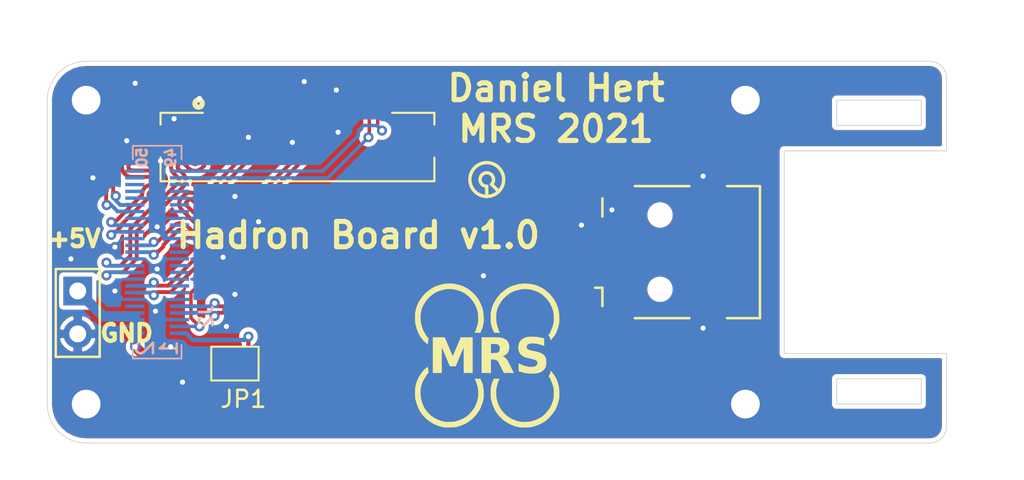
<source format=kicad_pcb>
(kicad_pcb (version 20171130) (host pcbnew 5.1.10-88a1d61d58~88~ubuntu20.04.1)
  (layers (0 F.Cu signal) (31 B.Cu signal) (34 B.Paste user) (35 F.Paste user) (36 B.SilkS user) (37 F.SilkS user) (38 B.Mask user) (39 F.Mask user) (44 Edge.Cuts user))
  (net 0 "")
  (net 1 USB_VBUS)
  (net 2 USB2_D-)
  (net 3 USB2_D+)
  (net 4 USB_ID)
  (net 5 GND)
  (net 6 CAM_SDA)
  (net 7 CAM_SCL)
  (net 8 CAM_D3-)
  (net 9 CAM_D3+)
  (net 10 CAM_D1-)
  (net 11 CAM_D1+)
  (net 12 CAM_CLK-)
  (net 13 CAM_CLK+)
  (net 14 CAM_D2-)
  (net 15 CAM_D2+)
  (net 16 CAM_D4-)
  (net 17 CAM_D4+)
  (net 18 +5V)
  (module "MRS_Connectors:HRS_DF40C-50DS-0.4V(51)" (layer B.Cu) (at 106.7 88.5 90)
    (fp_text reference J2 (at -3.80671 2.90511 270) (layer B.SilkS) (effects (font (size 0.788787 0.788787)) (justify mirror)))
    (fp_text value "DF40C-50DS-0.4V(51)_HADRON")
    (fp_text user 50 (at 5.6 -0.9 -90) (layer B.SilkS) (effects (font (size 0.6 0.6)) (justify mirror)))
    (fp_text user 49 (at 5.6 0.8 -90) (layer B.SilkS) (effects (font (size 0.6 0.6)) (justify mirror)))
    (fp_text user 1 (at -5.7 0.7 -90) (layer B.SilkS) (effects (justify mirror)))
    (fp_text user 2 (at -5.7 -0.7 -90) (layer B.SilkS) (effects (justify mirror)))
    (pad 1 smd rect (at -4.8 1.32 90) (size 0.2 1.14) (layers B.Cu B.Paste B.Mask) (net 1 USB_VBUS))
    (pad 2 smd rect (at -4.8 -1.32 90) (size 0.2 1.14) (layers B.Cu B.Paste B.Mask) (net 18 +5V))
    (pad 3 smd rect (at -4.4 1.32 90) (size 0.2 1.14) (layers B.Cu B.Paste B.Mask) (net 4 USB_ID))
    (pad 4 smd rect (at -4.4 -1.32 90) (size 0.2 1.14) (layers B.Cu B.Paste B.Mask) (net 18 +5V))
    (pad 5 smd rect (at -4 1.32 90) (size 0.2 1.14) (layers B.Cu B.Paste B.Mask) (net 5 GND))
    (pad 6 smd rect (at -4 -1.32 90) (size 0.2 1.14) (layers B.Cu B.Paste B.Mask) (net 18 +5V))
    (pad 7 smd rect (at -3.6 1.32 90) (size 0.2 1.14) (layers B.Cu B.Paste B.Mask) (net 2 USB2_D-))
    (pad 8 smd rect (at -3.6 -1.32 90) (size 0.2 1.14) (layers B.Cu B.Paste B.Mask) (net 18 +5V))
    (pad 9 smd rect (at -3.2 1.32 90) (size 0.2 1.14) (layers B.Cu B.Paste B.Mask) (net 3 USB2_D+))
    (pad 10 smd rect (at -3.2 -1.32 90) (size 0.2 1.14) (layers B.Cu B.Paste B.Mask))
    (pad 11 smd rect (at -2.8 1.32 90) (size 0.2 1.14) (layers B.Cu B.Paste B.Mask) (net 5 GND))
    (pad 12 smd rect (at -2.8 -1.32 90) (size 0.2 1.14) (layers B.Cu B.Paste B.Mask) (net 5 GND))
    (pad 13 smd rect (at -2.4 1.32 90) (size 0.2 1.14) (layers B.Cu B.Paste B.Mask))
    (pad 14 smd rect (at -2.4 -1.32 90) (size 0.2 1.14) (layers B.Cu B.Paste B.Mask) (net 17 CAM_D4+))
    (pad 15 smd rect (at -2 1.32 90) (size 0.2 1.14) (layers B.Cu B.Paste B.Mask))
    (pad 16 smd rect (at -2 -1.32 90) (size 0.2 1.14) (layers B.Cu B.Paste B.Mask) (net 16 CAM_D4-))
    (pad 17 smd rect (at -1.6 1.32 90) (size 0.2 1.14) (layers B.Cu B.Paste B.Mask) (net 5 GND))
    (pad 18 smd rect (at -1.6 -1.32 90) (size 0.2 1.14) (layers B.Cu B.Paste B.Mask) (net 5 GND))
    (pad 19 smd rect (at -1.2 1.32 90) (size 0.2 1.14) (layers B.Cu B.Paste B.Mask))
    (pad 20 smd rect (at -1.2 -1.32 90) (size 0.2 1.14) (layers B.Cu B.Paste B.Mask) (net 15 CAM_D2+))
    (pad 21 smd rect (at -0.8 1.32 90) (size 0.2 1.14) (layers B.Cu B.Paste B.Mask))
    (pad 22 smd rect (at -0.8 -1.32 90) (size 0.2 1.14) (layers B.Cu B.Paste B.Mask) (net 14 CAM_D2-))
    (pad 23 smd rect (at -0.4 1.32 90) (size 0.2 1.14) (layers B.Cu B.Paste B.Mask) (net 5 GND))
    (pad 24 smd rect (at -0.4 -1.32 90) (size 0.2 1.14) (layers B.Cu B.Paste B.Mask) (net 5 GND))
    (pad 25 smd rect (at 0 1.32 90) (size 0.2 1.14) (layers B.Cu B.Paste B.Mask))
    (pad 26 smd rect (at 0 -1.32 90) (size 0.2 1.14) (layers B.Cu B.Paste B.Mask) (net 13 CAM_CLK+))
    (pad 27 smd rect (at 0.4 1.32 90) (size 0.2 1.14) (layers B.Cu B.Paste B.Mask))
    (pad 28 smd rect (at 0.4 -1.32 90) (size 0.2 1.14) (layers B.Cu B.Paste B.Mask) (net 12 CAM_CLK-))
    (pad 29 smd rect (at 0.8 1.32 90) (size 0.2 1.14) (layers B.Cu B.Paste B.Mask) (net 5 GND))
    (pad 30 smd rect (at 0.8 -1.32 90) (size 0.2 1.14) (layers B.Cu B.Paste B.Mask) (net 5 GND))
    (pad 31 smd rect (at 1.2 1.32 90) (size 0.2 1.14) (layers B.Cu B.Paste B.Mask))
    (pad 32 smd rect (at 1.2 -1.32 90) (size 0.2 1.14) (layers B.Cu B.Paste B.Mask) (net 11 CAM_D1+))
    (pad 33 smd rect (at 1.6 1.32 90) (size 0.2 1.14) (layers B.Cu B.Paste B.Mask))
    (pad 34 smd rect (at 1.6 -1.32 90) (size 0.2 1.14) (layers B.Cu B.Paste B.Mask) (net 10 CAM_D1-))
    (pad 35 smd rect (at 2 1.32 90) (size 0.2 1.14) (layers B.Cu B.Paste B.Mask) (net 5 GND))
    (pad 36 smd rect (at 2 -1.32 90) (size 0.2 1.14) (layers B.Cu B.Paste B.Mask) (net 5 GND))
    (pad 37 smd rect (at 2.4 1.32 90) (size 0.2 1.14) (layers B.Cu B.Paste B.Mask))
    (pad 38 smd rect (at 2.4 -1.32 90) (size 0.2 1.14) (layers B.Cu B.Paste B.Mask) (net 9 CAM_D3+))
    (pad 39 smd rect (at 2.8 1.32 90) (size 0.2 1.14) (layers B.Cu B.Paste B.Mask))
    (pad 40 smd rect (at 2.8 -1.32 90) (size 0.2 1.14) (layers B.Cu B.Paste B.Mask) (net 8 CAM_D3-))
    (pad 41 smd rect (at 3.2 1.32 90) (size 0.2 1.14) (layers B.Cu B.Paste B.Mask) (net 5 GND))
    (pad 42 smd rect (at 3.2 -1.32 90) (size 0.2 1.14) (layers B.Cu B.Paste B.Mask) (net 5 GND))
    (pad 43 smd rect (at 3.6 1.32 90) (size 0.2 1.14) (layers B.Cu B.Paste B.Mask))
    (pad 44 smd rect (at 3.6 -1.32 90) (size 0.2 1.14) (layers B.Cu B.Paste B.Mask))
    (pad 45 smd rect (at 4 1.32 90) (size 0.2 1.14) (layers B.Cu B.Paste B.Mask))
    (pad 46 smd rect (at 4 -1.32 90) (size 0.2 1.14) (layers B.Cu B.Paste B.Mask))
    (pad 47 smd rect (at 4.4 1.32 90) (size 0.2 1.14) (layers B.Cu B.Paste B.Mask) (net 7 CAM_SCL))
    (pad 48 smd rect (at 4.4 -1.32 90) (size 0.2 1.14) (layers B.Cu B.Paste B.Mask))
    (pad 49 smd rect (at 4.8 1.32 90) (size 0.2 1.14) (layers B.Cu B.Paste B.Mask) (net 6 CAM_SDA))
    (pad 50 smd rect (at 4.8 -1.32 90) (size 0.2 1.14) (layers B.Cu B.Paste B.Mask))
  )
  (module MRS_Connectors:USB_Mini-B_Lumberg_2486_01_Horizontal (layer F.Cu) (at 136.45 88.5 90)
    (fp_text reference J1 hide)
    (fp_text value USB_B_Mini)
    (pad "" np_thru_hole circle (at 2.2 0 90) (size 1 1) (drill 1) (layers *.Cu *.Mask))
    (pad "" np_thru_hole circle (at -2.2 0 90) (size 1 1) (drill 1) (layers *.Cu *.Mask))
    (pad 6 smd rect (at 4.45 2.85 90) (size 2 1.7) (layers F.Cu F.Paste F.Mask) (net 5 GND))
    (pad 6 smd rect (at 4.45 -2.6 90) (size 2 1.7) (layers F.Cu F.Paste F.Mask) (net 5 GND))
    (pad 6 smd rect (at -4.45 2.85 90) (size 2 1.7) (layers F.Cu F.Paste F.Mask) (net 5 GND))
    (pad 6 smd rect (at -4.45 -2.6 90) (size 2 1.7) (layers F.Cu F.Paste F.Mask) (net 5 GND))
    (pad 5 smd rect (at 1.6 -2.7 90) (size 0.5 2) (layers F.Cu F.Paste F.Mask) (net 5 GND))
    (pad 4 smd rect (at 0.8 -2.7 90) (size 0.5 2) (layers F.Cu F.Paste F.Mask) (net 4 USB_ID))
    (pad 3 smd rect (at 0 -2.7 90) (size 0.5 2) (layers F.Cu F.Paste F.Mask) (net 3 USB2_D+))
    (pad 2 smd rect (at -0.8 -2.7 90) (size 0.5 2) (layers F.Cu F.Paste F.Mask) (net 2 USB2_D-))
    (pad 1 smd rect (at -1.6 -2.7 90) (size 0.5 2) (layers F.Cu F.Paste F.Mask) (net 1 USB_VBUS))
  )
  (module MRS_Connectors:MOLEX_54548-2271 (layer F.Cu) (at 115 80)
    (fp_text reference J3 hide)
    (fp_text value Conn_01x22)
    (pad 1 smd rect (at -5.25 0) (size 0.3 1) (layers F.Cu F.Paste F.Mask) (net 5 GND))
    (pad SH1 smd rect (at -7.525 1.9) (size 1.65 1.3) (layers F.Cu F.Paste F.Mask) (net 5 GND))
    (pad SH2 smd rect (at 7.525 1.9) (size 1.65 1.3) (layers F.Cu F.Paste F.Mask) (net 5 GND))
    (pad 2 smd rect (at -4.75 0) (size 0.3 1) (layers F.Cu F.Paste F.Mask) (net 10 CAM_D1-))
    (pad 3 smd rect (at -4.25 0) (size 0.3 1) (layers F.Cu F.Paste F.Mask) (net 11 CAM_D1+))
    (pad 4 smd rect (at -3.75 0) (size 0.3 1) (layers F.Cu F.Paste F.Mask) (net 5 GND))
    (pad 5 smd rect (at -3.25 0) (size 0.3 1) (layers F.Cu F.Paste F.Mask) (net 14 CAM_D2-))
    (pad 6 smd rect (at -2.75 0) (size 0.3 1) (layers F.Cu F.Paste F.Mask) (net 15 CAM_D2+))
    (pad 7 smd rect (at -2.25 0) (size 0.3 1) (layers F.Cu F.Paste F.Mask) (net 5 GND))
    (pad 8 smd rect (at -1.75 0) (size 0.3 1) (layers F.Cu F.Paste F.Mask) (net 12 CAM_CLK-))
    (pad 9 smd rect (at -1.25 0) (size 0.3 1) (layers F.Cu F.Paste F.Mask) (net 13 CAM_CLK+))
    (pad 10 smd rect (at -0.75 0) (size 0.3 1) (layers F.Cu F.Paste F.Mask) (net 5 GND))
    (pad 11 smd rect (at -0.25 0) (size 0.3 1) (layers F.Cu F.Paste F.Mask) (net 8 CAM_D3-))
    (pad 12 smd rect (at 0.25 0) (size 0.3 1) (layers F.Cu F.Paste F.Mask) (net 9 CAM_D3+))
    (pad 13 smd rect (at 0.75 0) (size 0.3 1) (layers F.Cu F.Paste F.Mask) (net 5 GND))
    (pad 14 smd rect (at 1.25 0) (size 0.3 1) (layers F.Cu F.Paste F.Mask) (net 16 CAM_D4-))
    (pad 15 smd rect (at 1.75 0) (size 0.3 1) (layers F.Cu F.Paste F.Mask) (net 17 CAM_D4+))
    (pad 16 smd rect (at 2.25 0) (size 0.3 1) (layers F.Cu F.Paste F.Mask) (net 5 GND))
    (pad 17 smd rect (at 2.75 0) (size 0.3 1) (layers F.Cu F.Paste F.Mask))
    (pad 18 smd rect (at 3.25 0) (size 0.3 1) (layers F.Cu F.Paste F.Mask))
    (pad 19 smd rect (at 3.75 0) (size 0.3 1) (layers F.Cu F.Paste F.Mask) (net 5 GND))
    (pad 20 smd rect (at 4.25 0) (size 0.3 1) (layers F.Cu F.Paste F.Mask) (net 7 CAM_SCL))
    (pad 21 smd rect (at 4.75 0) (size 0.3 1) (layers F.Cu F.Paste F.Mask) (net 6 CAM_SDA))
    (pad 22 smd rect (at 5.25 0) (size 0.3 1) (layers F.Cu F.Paste F.Mask))
  )
  (module MRS_Connectors:Header_1x02_P2.54mm (layer F.Cu) (at 102 90.8)
    (fp_text reference J4 hide)
    (fp_text value Conn_01x02)
    (pad 2 thru_hole oval (at 0 2.54) (size 1.7 1.7) (drill 1) (layers *.Cu *.Mask) (net 5 GND))
    (pad 1 thru_hole rect (at 0 0) (size 1.7 1.7) (drill 1) (layers *.Cu *.Mask) (net 18 +5V))
  )
  (module Jumper:SolderJumper-2_P1.3mm_Open_TrianglePad1.0x1.5mm (layer F.Cu) (at 111.3 95.1)
    (fp_text reference JP1 (at 0.5 2.1) (layer F.SilkS))
    (fp_text value SolderJumper_2_Open)
    (pad 1 smd custom (at -0.725 0) (size 0.3 0.3) (layers F.Cu F.Mask) (net 18 +5V) (options (clearance outline) (anchor rect)) (primitives (gr_poly (pts (xy -0.5 -0.75) (xy 0.5 -0.75) (xy 1 0) (xy 0.5 0.75) (xy -0.5 0.75)) (width 0))))
    (pad 2 smd custom (at 0.725 0) (size 0.3 0.3) (layers F.Cu F.Mask) (net 1 USB_VBUS) (options (clearance outline) (anchor rect)) (primitives (gr_poly (pts (xy -0.65 -0.75) (xy 0.5 -0.75) (xy 0.5 0.75) (xy -0.65 0.75) (xy -0.15 0)) (width 0))))
  )
  (module MRS_Mechanical:Mounting_hole_plated_1.7mm (layer F.Cu) (at 102.5 79.5)
    (fp_text reference H1 hide)
    (fp_text value MountingHole_Pad hide)
    (pad 1 thru_hole circle (at 0 0) (size 3 3) (drill 1.7) (layers *.Cu *.Mask) (net 5 GND))
  )
  (module MRS_Mechanical:Mounting_hole_plated_1.7mm (layer F.Cu) (at 141.5 79.5)
    (fp_text reference H2 hide)
    (fp_text value MountingHole_Pad hide)
    (pad 1 thru_hole circle (at 0 0) (size 3 3) (drill 1.7) (layers *.Cu *.Mask) (net 5 GND))
  )
  (module MRS_Mechanical:Mounting_hole_plated_1.7mm (layer F.Cu) (at 102.5 97.5)
    (fp_text reference H3 hide)
    (fp_text value MountingHole_Pad hide)
    (pad 1 thru_hole circle (at 0 0) (size 3 3) (drill 1.7) (layers *.Cu *.Mask) (net 5 GND))
  )
  (module MRS_Mechanical:Mounting_hole_plated_1.7mm (layer F.Cu) (at 141.5 97.5)
    (fp_text reference H4 hide)
    (fp_text value MountingHole_Pad hide)
    (pad 1 thru_hole circle (at 0 0) (size 3 3) (drill 1.7) (layers *.Cu *.Mask) (net 5 GND))
  )
  (module MRS_Logo:MRS_10mm (layer F.Cu) (at 126.6 95)
    (fp_text reference G1 hide)
    (fp_text value LOGO hide)
  )
  (module logo:Logo_2mm (layer F.Cu) (at 126.2 84.2)
    (fp_text reference L1 hide)
    (fp_text value logo)
  )
  (gr_text GND (at 104.9 93.3) (layer F.SilkS) (effects (font (size 1 1) (thickness 0.25))))
  (gr_text +5V (at 101.8 87.7) (layer F.SilkS) (effects (font (size 1 1) (thickness 0.25))))
  (gr_text "Hadron Board v1.0" (at 118.6 87.5) (layer F.SilkS) (effects (font (size 1.5 1.5) (thickness 0.3))))
  (gr_text "Daniel Hert\nMRS 2021" (at 130.3 80) (layer F.SilkS) (effects (font (size 1.5 1.5) (thickness 0.3))))
  (gr_line (start 152.4 77.2) (end 102.5 77.2) (layer Edge.Cuts) (width 0.05))
  (gr_line (start 153.4 78.2) (end 153.4 82.5) (layer Edge.Cuts) (width 0.05))
  (gr_line (start 152.4 99.8) (end 102.5 99.8) (layer Edge.Cuts) (width 0.05))
  (gr_line (start 153.4 94.5) (end 153.4 98.8) (layer Edge.Cuts) (width 0.05))
  (gr_arc (start 152.4 78.2) (end 153.4 78.2) (angle -90) (layer Edge.Cuts) (width 0.05))
  (gr_arc (start 152.4 98.8) (end 152.4 99.8) (angle -90) (layer Edge.Cuts) (width 0.05))
  (gr_line (start 151.9 97.5) (end 151.9 96) (layer Edge.Cuts) (width 0.05))
  (gr_line (start 146.9 97.5) (end 151.9 97.5) (layer Edge.Cuts) (width 0.05))
  (gr_line (start 146.9 96) (end 146.9 97.5) (layer Edge.Cuts) (width 0.05))
  (gr_line (start 151.9 96) (end 146.9 96) (layer Edge.Cuts) (width 0.05))
  (gr_line (start 146.9 81) (end 151.9 81) (layer Edge.Cuts) (width 0.05))
  (gr_line (start 146.9 79.5) (end 146.9 81) (layer Edge.Cuts) (width 0.05))
  (gr_line (start 151.9 79.5) (end 146.9 79.5) (layer Edge.Cuts) (width 0.05))
  (gr_line (start 151.9 81) (end 151.9 79.5) (layer Edge.Cuts) (width 0.05))
  (gr_line (start 143.8 94.5) (end 153.4 94.5) (layer Edge.Cuts) (width 0.05))
  (gr_line (start 143.8 82.5) (end 153.4 82.5) (layer Edge.Cuts) (width 0.05))
  (gr_line (start 143.8 82.5) (end 143.8 94.5) (layer Edge.Cuts) (width 0.05))
  (gr_line (start 100.2 97.5) (end 100.2 79.5) (layer Edge.Cuts) (width 0.05))
  (gr_arc (start 102.5 79.5) (end 102.5 77.2) (angle -90) (layer Edge.Cuts) (width 0.05))
  (gr_arc (start 102.5 97.5) (end 100.2 97.5) (angle -90) (layer Edge.Cuts) (width 0.05))
  (segment (start 118 91) (end 113.9 95.1) (width 0.6096) (layer F.Cu) (net 1))
  (segment (start 112.025 95.1) (end 112.5 95.1) (width 0.3048) (layer F.Cu) (net 1))
  (segment (start 113.9 95.1) (end 112.5 95.1) (width 0.6096) (layer F.Cu) (net 1))
  (segment (start 108.02 93.3) (end 108.4 93.3) (width 0.254) (layer B.Cu) (net 1))
  (segment (start 108.4 93.3) (end 108.8 93.7) (width 0.254) (layer B.Cu) (net 1))
  (via (at 112.1 93.5) (size 0.6) (drill 0.3) (layers F.Cu B.Cu) (net 1))
  (segment (start 111.9 93.7) (end 112.1 93.5) (width 0.254) (layer B.Cu) (net 1))
  (segment (start 108.8 93.7) (end 111.9 93.7) (width 0.254) (layer B.Cu) (net 1))
  (segment (start 112.1 95.025) (end 112.025 95.1) (width 0.254) (layer F.Cu) (net 1))
  (segment (start 112.1 93.5) (end 112.1 95.025) (width 0.254) (layer F.Cu) (net 1))
  (segment (start 132.2 91) (end 118 91) (width 0.6096) (layer F.Cu) (net 1))
  (segment (start 133.1 90.1) (end 132.2 91) (width 0.6096) (layer F.Cu) (net 1))
  (segment (start 133.75 90.1) (end 133.1 90.1) (width 0.6096) (layer F.Cu) (net 1))
  (segment (start 108.884501 92.0905) (end 109.9143 92.0905) (width 0.2286) (layer B.Cu) (net 2))
  (segment (start 108.875001 92.1) (end 108.884501 92.0905) (width 0.2286) (layer B.Cu) (net 2))
  (segment (start 108.02 92.1) (end 108.875001 92.1) (width 0.2286) (layer B.Cu) (net 2))
  (segment (start 109.9143 92.0905) (end 110.1 92.2762) (width 0.2286) (layer B.Cu) (net 2))
  (via (at 110.1 92.2762) (size 0.6) (drill 0.3) (layers F.Cu B.Cu) (net 2))
  (segment (start 110.2857 92.0905) (end 110.1 92.2762) (width 0.2286) (layer F.Cu) (net 2))
  (segment (start 113.978908 92.0905) (end 110.2857 92.0905) (width 0.2286) (layer F.Cu) (net 2))
  (segment (start 116.978908 89.0905) (end 113.978908 92.0905) (width 0.2286) (layer F.Cu) (net 2))
  (segment (start 132.249999 89.3) (end 133.75 89.3) (width 0.2286) (layer F.Cu) (net 2))
  (segment (start 116.978908 89.0905) (end 132.040499 89.0905) (width 0.2286) (layer F.Cu) (net 2))
  (segment (start 132.040499 89.0905) (end 132.249999 89.3) (width 0.2286) (layer F.Cu) (net 2))
  (segment (start 108.884501 91.7095) (end 109.9143 91.7095) (width 0.2286) (layer B.Cu) (net 3))
  (segment (start 108.875001 91.7) (end 108.884501 91.7095) (width 0.2286) (layer B.Cu) (net 3))
  (segment (start 108.02 91.7) (end 108.875001 91.7) (width 0.2286) (layer B.Cu) (net 3))
  (segment (start 109.9143 91.7095) (end 110.1 91.5238) (width 0.2286) (layer B.Cu) (net 3))
  (via (at 110.1 91.5238) (size 0.6) (drill 0.3) (layers F.Cu B.Cu) (net 3))
  (segment (start 110.2857 91.7095) (end 110.1 91.5238) (width 0.2286) (layer F.Cu) (net 3))
  (segment (start 113.821092 91.7095) (end 110.2857 91.7095) (width 0.2286) (layer F.Cu) (net 3))
  (segment (start 116.821092 88.7095) (end 113.821092 91.7095) (width 0.2286) (layer F.Cu) (net 3))
  (segment (start 132.249999 88.5) (end 133.75 88.5) (width 0.2286) (layer F.Cu) (net 3))
  (segment (start 132.040499 88.7095) (end 132.249999 88.5) (width 0.2286) (layer F.Cu) (net 3))
  (segment (start 116.821092 88.7095) (end 132.040499 88.7095) (width 0.2286) (layer F.Cu) (net 3))
  (segment (start 115.8 87.7) (end 113.4 90.1) (width 0.2032) (layer F.Cu) (net 4))
  (segment (start 113.4 90.1) (end 109.5 90.1) (width 0.2032) (layer F.Cu) (net 4))
  (segment (start 109.5 90.1) (end 108.7 90.9) (width 0.2032) (layer F.Cu) (net 4))
  (segment (start 108.7 92.4) (end 109.2 92.9) (width 0.2032) (layer F.Cu) (net 4))
  (via (at 109.2 92.9) (size 0.6) (drill 0.3) (layers F.Cu B.Cu) (net 4))
  (segment (start 108.7 90.9) (end 108.7 92.4) (width 0.2032) (layer F.Cu) (net 4))
  (segment (start 109.2 92.9) (end 108.02 92.9) (width 0.2032) (layer B.Cu) (net 4))
  (segment (start 132.7 87.7) (end 133.75 87.7) (width 0.2032) (layer F.Cu) (net 4))
  (segment (start 115.8 87.7) (end 132.7 87.7) (width 0.2032) (layer F.Cu) (net 4))
  (via (at 114.7 82) (size 0.6) (drill 0.3) (layers F.Cu B.Cu) (net 5))
  (segment (start 105.38 91.3) (end 106 91.3) (width 0.1524) (layer B.Cu) (net 5))
  (via (at 106.6 92) (size 0.6) (drill 0.3) (layers F.Cu B.Cu) (net 5))
  (segment (start 106.6 91.9) (end 106.6 92) (width 0.1524) (layer B.Cu) (net 5))
  (segment (start 106 91.3) (end 106.6 91.9) (width 0.1524) (layer B.Cu) (net 5))
  (segment (start 107.1 92.5) (end 106.6 92) (width 0.1524) (layer B.Cu) (net 5))
  (segment (start 108.02 92.5) (end 107.1 92.5) (width 0.1524) (layer B.Cu) (net 5))
  (segment (start 107.3 91.3) (end 106.6 92) (width 0.1524) (layer B.Cu) (net 5))
  (segment (start 108.02 91.3) (end 107.3 91.3) (width 0.1524) (layer B.Cu) (net 5))
  (via (at 106.7 89.5) (size 0.6) (drill 0.3) (layers F.Cu B.Cu) (net 5))
  (segment (start 107.3 90.1) (end 106.7 89.5) (width 0.1524) (layer B.Cu) (net 5))
  (segment (start 108.02 90.1) (end 107.3 90.1) (width 0.1524) (layer B.Cu) (net 5))
  (segment (start 107.3 88.9) (end 106.7 89.5) (width 0.1524) (layer B.Cu) (net 5))
  (segment (start 108.02 88.9) (end 107.3 88.9) (width 0.1524) (layer B.Cu) (net 5))
  (segment (start 105.45709 88.95709) (end 105.522037 88.95709) (width 0.1524) (layer B.Cu) (net 5))
  (segment (start 105.4 88.9) (end 105.45709 88.95709) (width 0.1524) (layer B.Cu) (net 5))
  (segment (start 105.38 88.9) (end 105.4 88.9) (width 0.1524) (layer B.Cu) (net 5))
  (segment (start 106.7 89.5) (end 106.6 89.5) (width 0.1524) (layer B.Cu) (net 5))
  (segment (start 106 88.9) (end 105.38 88.9) (width 0.1524) (layer B.Cu) (net 5))
  (segment (start 106.6 89.5) (end 106 88.9) (width 0.1524) (layer B.Cu) (net 5))
  (via (at 104.2 90.8) (size 0.6) (drill 0.3) (layers F.Cu B.Cu) (net 5))
  (segment (start 104.2 90.5576) (end 104.2 90.8) (width 0.1524) (layer B.Cu) (net 5))
  (segment (start 104.6576 90.1) (end 104.2 90.5576) (width 0.1524) (layer B.Cu) (net 5))
  (segment (start 105.38 90.1) (end 104.6576 90.1) (width 0.1524) (layer B.Cu) (net 5))
  (segment (start 104.7 91.3) (end 104.2 90.8) (width 0.1524) (layer B.Cu) (net 5))
  (segment (start 105.38 91.3) (end 104.7 91.3) (width 0.1524) (layer B.Cu) (net 5))
  (segment (start 104.2 88.4424) (end 104.2 88.2) (width 0.1524) (layer B.Cu) (net 5))
  (via (at 104.2 88.2) (size 0.6) (drill 0.3) (layers F.Cu B.Cu) (net 5))
  (segment (start 104.6576 88.9) (end 104.2 88.4424) (width 0.1524) (layer B.Cu) (net 5))
  (segment (start 105.38 88.9) (end 104.6576 88.9) (width 0.1524) (layer B.Cu) (net 5))
  (segment (start 104.7 87.7) (end 104.2 88.2) (width 0.1524) (layer B.Cu) (net 5))
  (segment (start 105.38 87.7) (end 104.7 87.7) (width 0.1524) (layer B.Cu) (net 5))
  (via (at 106.7 87) (size 0.6) (drill 0.3) (layers F.Cu B.Cu) (net 5))
  (segment (start 107.4 87.7) (end 106.7 87) (width 0.1524) (layer B.Cu) (net 5))
  (segment (start 108.02 87.7) (end 107.4 87.7) (width 0.1524) (layer B.Cu) (net 5))
  (segment (start 107.2 86.5) (end 106.7 87) (width 0.1524) (layer B.Cu) (net 5))
  (segment (start 108.02 86.5) (end 107.2 86.5) (width 0.1524) (layer B.Cu) (net 5))
  (segment (start 106.2 86.5) (end 105.38 86.5) (width 0.1524) (layer B.Cu) (net 5))
  (segment (start 106.7 87) (end 106.2 86.5) (width 0.1524) (layer B.Cu) (net 5))
  (segment (start 105.38 85.3) (end 108.02 85.3) (width 0.1524) (layer B.Cu) (net 5))
  (via (at 106.9 83.1) (size 0.6) (drill 0.3) (layers F.Cu B.Cu) (net 5))
  (segment (start 106.9 84.5024) (end 106.9 83.1) (width 0.1524) (layer B.Cu) (net 5))
  (segment (start 106.1024 85.3) (end 106.9 84.5024) (width 0.1524) (layer B.Cu) (net 5))
  (segment (start 105.38 85.3) (end 106.1024 85.3) (width 0.1524) (layer B.Cu) (net 5))
  (via (at 102.9 84.1) (size 0.6) (drill 0.3) (layers F.Cu B.Cu) (net 5))
  (via (at 104.9 81.9) (size 0.6) (drill 0.3) (layers F.Cu B.Cu) (net 5))
  (via (at 107.7 80.6) (size 0.6) (drill 0.3) (layers F.Cu B.Cu) (net 5))
  (via (at 112.1 81.7) (size 0.6) (drill 0.3) (layers F.Cu B.Cu) (net 5))
  (via (at 111.3 85.2) (size 0.6) (drill 0.3) (layers F.Cu B.Cu) (net 5))
  (via (at 110.6 88.8) (size 0.6) (drill 0.3) (layers F.Cu B.Cu) (net 5))
  (via (at 112.7 86.7) (size 0.6) (drill 0.3) (layers F.Cu B.Cu) (net 5))
  (via (at 117.4 81.4) (size 0.6) (drill 0.3) (layers F.Cu B.Cu) (net 5))
  (via (at 115.4 78.4) (size 0.6) (drill 0.3) (layers F.Cu B.Cu) (net 5))
  (via (at 105.4 78.5) (size 0.6) (drill 0.3) (layers F.Cu B.Cu) (net 5))
  (via (at 109.2 79.4) (size 0.6) (drill 0.3) (layers F.Cu B.Cu) (net 5))
  (segment (start 109.75 79.95) (end 109.2 79.4) (width 0.2286) (layer F.Cu) (net 5))
  (segment (start 109.75 80) (end 109.75 79.95) (width 0.2286) (layer F.Cu) (net 5))
  (segment (start 109.366701 79.233299) (end 109.2 79.4) (width 0.2286) (layer F.Cu) (net 5))
  (segment (start 111.113361 79.233299) (end 109.366701 79.233299) (width 0.2286) (layer F.Cu) (net 5))
  (segment (start 111.25 79.369938) (end 111.113361 79.233299) (width 0.2286) (layer F.Cu) (net 5))
  (segment (start 111.25 80) (end 111.25 79.369938) (width 0.2286) (layer F.Cu) (net 5))
  (segment (start 112.711899 79.233299) (end 111.113361 79.233299) (width 0.2286) (layer F.Cu) (net 5))
  (segment (start 112.75 79.2714) (end 112.711899 79.233299) (width 0.2286) (layer F.Cu) (net 5))
  (segment (start 112.75 80) (end 112.75 79.2714) (width 0.2286) (layer F.Cu) (net 5))
  (segment (start 114.113361 79.233299) (end 112.711899 79.233299) (width 0.2286) (layer F.Cu) (net 5))
  (segment (start 114.25 79.369938) (end 114.113361 79.233299) (width 0.2286) (layer F.Cu) (net 5))
  (segment (start 114.25 80) (end 114.25 79.369938) (width 0.2286) (layer F.Cu) (net 5))
  (segment (start 114.25 81.55) (end 114.7 82) (width 0.2286) (layer F.Cu) (net 5))
  (segment (start 114.25 80) (end 114.25 81.55) (width 0.2286) (layer F.Cu) (net 5))
  (segment (start 115.75 80.95) (end 114.7 82) (width 0.2286) (layer F.Cu) (net 5))
  (segment (start 115.75 80) (end 115.75 80.95) (width 0.2286) (layer F.Cu) (net 5))
  (segment (start 112.75 81.05) (end 112.75 80) (width 0.2286) (layer F.Cu) (net 5))
  (segment (start 112.1 81.7) (end 112.75 81.05) (width 0.2286) (layer F.Cu) (net 5))
  (segment (start 115.75 78.75) (end 115.4 78.4) (width 0.2286) (layer F.Cu) (net 5))
  (segment (start 115.75 80) (end 115.75 78.75) (width 0.2286) (layer F.Cu) (net 5))
  (segment (start 117.25 78.95) (end 117.3 78.9) (width 0.2286) (layer F.Cu) (net 5))
  (via (at 117.3 78.9) (size 0.6) (drill 0.3) (layers F.Cu B.Cu) (net 5))
  (segment (start 117.25 80) (end 117.25 78.95) (width 0.2286) (layer F.Cu) (net 5))
  (segment (start 117.25 81.25) (end 117.4 81.4) (width 0.2286) (layer F.Cu) (net 5))
  (segment (start 117.25 80) (end 117.25 81.25) (width 0.2286) (layer F.Cu) (net 5))
  (segment (start 118.75 80) (end 118.75 81.05) (width 0.2286) (layer F.Cu) (net 5))
  (segment (start 118.4 81.4) (end 117.4 81.4) (width 0.2286) (layer F.Cu) (net 5))
  (segment (start 118.75 81.05) (end 118.4 81.4) (width 0.2286) (layer F.Cu) (net 5))
  (segment (start 118.75 80) (end 118.75 79.25) (width 0.2286) (layer F.Cu) (net 5))
  (segment (start 118.4 78.9) (end 117.3 78.9) (width 0.2286) (layer F.Cu) (net 5))
  (segment (start 118.75 79.25) (end 118.4 78.9) (width 0.2286) (layer F.Cu) (net 5))
  (via (at 111.3 91) (size 0.6) (drill 0.3) (layers F.Cu B.Cu) (net 5))
  (via (at 139 84) (size 0.6) (drill 0.3) (layers F.Cu B.Cu) (net 5))
  (via (at 139 93) (size 0.6) (drill 0.3) (layers F.Cu B.Cu) (net 5))
  (via (at 101.6 88.9) (size 0.6) (drill 0.3) (layers F.Cu B.Cu) (net 5))
  (via (at 110.8 92.9) (size 0.6) (drill 0.3) (layers F.Cu B.Cu) (net 5))
  (via (at 107.5 94.1) (size 0.6) (drill 0.3) (layers F.Cu B.Cu) (net 5))
  (via (at 108.2 96.2) (size 0.6) (drill 0.3) (layers F.Cu B.Cu) (net 5))
  (via (at 126 89.9) (size 0.6) (drill 0.3) (layers F.Cu B.Cu) (net 5))
  (via (at 133.6 86) (size 0.6) (drill 0.3) (layers F.Cu B.Cu) (net 5))
  (via (at 131.8 86.9) (size 0.6) (drill 0.3) (layers F.Cu B.Cu) (net 5))
  (via (at 120 81.3) (size 0.6) (drill 0.3) (layers F.Cu B.Cu) (net 6))
  (segment (start 119.75 81.05) (end 120 81.3) (width 0.2032) (layer F.Cu) (net 6))
  (segment (start 119.75 80) (end 119.75 81.05) (width 0.2032) (layer F.Cu) (net 6))
  (segment (start 120 81.3) (end 119.7 81) (width 0.2032) (layer B.Cu) (net 6))
  (segment (start 118.6 81.6) (end 116.5 83.7) (width 0.2032) (layer B.Cu) (net 6))
  (segment (start 108.02 83.7) (end 116.5 83.7) (width 0.2032) (layer B.Cu) (net 6))
  (segment (start 119.7 81) (end 118.9 81) (width 0.2032) (layer B.Cu) (net 6))
  (segment (start 118.6 81.3) (end 118.6 81.6) (width 0.2032) (layer B.Cu) (net 6))
  (segment (start 118.9 81) (end 118.6 81.3) (width 0.2032) (layer B.Cu) (net 6))
  (segment (start 119.25 81.65) (end 119.2 81.7) (width 0.2032) (layer F.Cu) (net 7))
  (via (at 119.2 81.7) (size 0.6) (drill 0.3) (layers F.Cu B.Cu) (net 7))
  (segment (start 119.25 80) (end 119.25 81.65) (width 0.2032) (layer F.Cu) (net 7))
  (segment (start 116.95 83.95) (end 116.8 84.1) (width 0.2032) (layer B.Cu) (net 7))
  (segment (start 108.02 84.1) (end 116.8 84.1) (width 0.2032) (layer B.Cu) (net 7))
  (segment (start 119.2 81.7) (end 116.95 83.95) (width 0.2032) (layer B.Cu) (net 7))
  (segment (start 104.519607 85.7095) (end 104.248465 85.438358) (width 0.2286) (layer B.Cu) (net 8))
  (segment (start 104.248465 85.438358) (end 104.248465 85.175738) (width 0.2286) (layer B.Cu) (net 8))
  (segment (start 104.9005 85.7095) (end 104.519607 85.7095) (width 0.2286) (layer B.Cu) (net 8))
  (segment (start 104.91 85.7) (end 104.9005 85.7095) (width 0.2286) (layer B.Cu) (net 8))
  (segment (start 105.38 85.7) (end 104.91 85.7) (width 0.2286) (layer B.Cu) (net 8))
  (via (at 104.248465 85.175738) (size 0.6) (drill 0.3) (layers F.Cu B.Cu) (net 8))
  (segment (start 104.248465 85.175738) (end 104.097437 85.02471) (width 0.2286) (layer F.Cu) (net 8))
  (segment (start 104.097437 85.02471) (end 104.097437 81.771971) (width 0.2286) (layer F.Cu) (net 8))
  (segment (start 107.078908 78.7905) (end 114.221092 78.7905) (width 0.2286) (layer F.Cu) (net 8))
  (segment (start 104.097437 81.771971) (end 107.078908 78.7905) (width 0.2286) (layer F.Cu) (net 8))
  (segment (start 114.221092 78.7905) (end 114.8095 79.378908) (width 0.2286) (layer F.Cu) (net 8))
  (segment (start 114.8095 79.378908) (end 114.8095 79.5905) (width 0.2286) (layer F.Cu) (net 8))
  (segment (start 114.8095 79.5905) (end 114.75 79.65) (width 0.2286) (layer F.Cu) (net 8))
  (segment (start 114.75 79.65) (end 114.75 80) (width 0.2286) (layer F.Cu) (net 8))
  (segment (start 103.979057 85.707766) (end 103.716437 85.707766) (width 0.2286) (layer B.Cu) (net 9))
  (segment (start 104.361791 86.0905) (end 103.979057 85.707766) (width 0.2286) (layer B.Cu) (net 9))
  (segment (start 105.38 86.1) (end 104.91 86.1) (width 0.2286) (layer B.Cu) (net 9))
  (segment (start 104.9005 86.0905) (end 104.361791 86.0905) (width 0.2286) (layer B.Cu) (net 9))
  (segment (start 104.91 86.1) (end 104.9005 86.0905) (width 0.2286) (layer B.Cu) (net 9))
  (via (at 103.716437 85.707766) (size 0.6) (drill 0.3) (layers F.Cu B.Cu) (net 9))
  (segment (start 115.25 79.65) (end 115.25 80) (width 0.2286) (layer F.Cu) (net 9))
  (segment (start 103.681764 84.903721) (end 103.716437 84.869048) (width 0.2286) (layer F.Cu) (net 9))
  (segment (start 103.716437 81.614155) (end 106.921092 78.4095) (width 0.2286) (layer F.Cu) (net 9))
  (segment (start 103.716437 85.707766) (end 103.716437 85.482428) (width 0.2286) (layer F.Cu) (net 9))
  (segment (start 103.681764 85.447755) (end 103.681764 84.903721) (width 0.2286) (layer F.Cu) (net 9))
  (segment (start 103.716437 85.482428) (end 103.681764 85.447755) (width 0.2286) (layer F.Cu) (net 9))
  (segment (start 106.921092 78.4095) (end 114.378908 78.4095) (width 0.2286) (layer F.Cu) (net 9))
  (segment (start 103.716437 84.869048) (end 103.716437 81.614155) (width 0.2286) (layer F.Cu) (net 9))
  (segment (start 114.378908 78.4095) (end 115.1905 79.221092) (width 0.2286) (layer F.Cu) (net 9))
  (segment (start 115.1905 79.221092) (end 115.1905 79.5905) (width 0.2286) (layer F.Cu) (net 9))
  (segment (start 115.1905 79.5905) (end 115.25 79.65) (width 0.2286) (layer F.Cu) (net 9))
  (segment (start 110.25 80) (end 110.25 80.35) (width 0.2) (layer F.Cu) (net 10))
  (segment (start 110.25 80.35) (end 110.275 80.375) (width 0.2) (layer F.Cu) (net 10))
  (segment (start 104.515499 86.9095) (end 104.169637 86.9095) (width 0.2286) (layer B.Cu) (net 10))
  (segment (start 104.524999 86.9) (end 104.515499 86.9095) (width 0.2286) (layer B.Cu) (net 10))
  (via (at 103.983937 86.7238) (size 0.6) (drill 0.3) (layers F.Cu B.Cu) (net 10))
  (segment (start 104.169637 86.9095) (end 103.983937 86.7238) (width 0.2286) (layer B.Cu) (net 10))
  (segment (start 105.38 86.9) (end 104.524999 86.9) (width 0.2286) (layer B.Cu) (net 10))
  (segment (start 110.25 80.750001) (end 110.25 80) (width 0.2286) (layer F.Cu) (net 10))
  (segment (start 110.3095 80.809501) (end 110.25 80.750001) (width 0.2286) (layer F.Cu) (net 10))
  (segment (start 110.3095 80.821092) (end 110.3095 80.809501) (width 0.2286) (layer F.Cu) (net 10))
  (segment (start 110.121092 81.0095) (end 110.3095 80.821092) (width 0.2286) (layer F.Cu) (net 10))
  (segment (start 105.8095 80.921092) (end 107.421092 79.3095) (width 0.2286) (layer F.Cu) (net 10))
  (segment (start 105.759627 82.73975) (end 105.786862 82.696406) (width 0.2286) (layer F.Cu) (net 10))
  (segment (start 105.631769 82.820089) (end 105.680086 82.803182) (width 0.2286) (layer F.Cu) (net 10))
  (segment (start 105.5809 82.825821) (end 105.631769 82.820089) (width 0.2286) (layer F.Cu) (net 10))
  (segment (start 104.944164 82.882702) (end 105.065565 82.840221) (width 0.2286) (layer F.Cu) (net 10))
  (segment (start 104.619 83.400196) (end 104.633401 83.272385) (width 0.2286) (layer F.Cu) (net 10))
  (segment (start 104.619 83.470645) (end 104.619 83.400196) (width 0.2286) (layer F.Cu) (net 10))
  (segment (start 104.675882 83.719857) (end 104.633401 83.598456) (width 0.2286) (layer F.Cu) (net 10))
  (segment (start 104.744311 83.828762) (end 104.675882 83.719857) (width 0.2286) (layer F.Cu) (net 10))
  (segment (start 104.944164 83.988139) (end 104.835259 83.91971) (width 0.2286) (layer F.Cu) (net 10))
  (segment (start 105.065565 84.03062) (end 104.944164 83.988139) (width 0.2286) (layer F.Cu) (net 10))
  (segment (start 104.633401 83.598456) (end 104.619 83.470645) (width 0.2286) (layer F.Cu) (net 10))
  (segment (start 106.6214 84.045021) (end 105.193376 84.045021) (width 0.2286) (layer F.Cu) (net 10))
  (segment (start 106.800126 84.131091) (end 106.763929 84.094894) (width 0.2286) (layer F.Cu) (net 10))
  (segment (start 106.85 84.273621) (end 106.844268 84.222752) (width 0.2286) (layer F.Cu) (net 10))
  (segment (start 105.786862 82.696406) (end 105.803769 82.648089) (width 0.2286) (layer F.Cu) (net 10))
  (segment (start 106.844268 84.324489) (end 106.85 84.273621) (width 0.2286) (layer F.Cu) (net 10))
  (segment (start 106.827361 84.372806) (end 106.844268 84.324489) (width 0.2286) (layer F.Cu) (net 10))
  (segment (start 106.672268 84.496489) (end 106.720585 84.479582) (width 0.2286) (layer F.Cu) (net 10))
  (segment (start 106.6214 84.502221) (end 106.672268 84.496489) (width 0.2286) (layer F.Cu) (net 10))
  (segment (start 106.383875 84.502221) (end 106.6214 84.502221) (width 0.2286) (layer F.Cu) (net 10))
  (segment (start 105.8095 82.597221) (end 105.8095 80.921092) (width 0.2286) (layer F.Cu) (net 10))
  (segment (start 104.675882 83.150984) (end 104.744311 83.042079) (width 0.2286) (layer F.Cu) (net 10))
  (segment (start 106.256064 84.516621) (end 106.383875 84.502221) (width 0.2286) (layer F.Cu) (net 10))
  (segment (start 106.134663 84.559102) (end 106.256064 84.516621) (width 0.2286) (layer F.Cu) (net 10))
  (segment (start 105.93481 84.718479) (end 106.025758 84.627531) (width 0.2286) (layer F.Cu) (net 10))
  (segment (start 105.065565 82.840221) (end 105.193376 82.825821) (width 0.2286) (layer F.Cu) (net 10))
  (segment (start 106.800126 84.41615) (end 106.827361 84.372806) (width 0.2286) (layer F.Cu) (net 10))
  (segment (start 106.827361 84.174435) (end 106.800126 84.131091) (width 0.2286) (layer F.Cu) (net 10))
  (segment (start 106.763929 84.094894) (end 106.720585 84.067659) (width 0.2286) (layer F.Cu) (net 10))
  (segment (start 105.680086 82.803182) (end 105.72343 82.775947) (width 0.2286) (layer F.Cu) (net 10))
  (segment (start 105.193376 84.045021) (end 105.065565 84.03062) (width 0.2286) (layer F.Cu) (net 10))
  (segment (start 106.672268 84.050752) (end 106.6214 84.045021) (width 0.2286) (layer F.Cu) (net 10))
  (segment (start 105.8239 84.948785) (end 105.866381 84.827384) (width 0.2286) (layer F.Cu) (net 10))
  (segment (start 106.720585 84.479582) (end 106.763929 84.452347) (width 0.2286) (layer F.Cu) (net 10))
  (segment (start 105.193376 82.825821) (end 105.5809 82.825821) (width 0.2286) (layer F.Cu) (net 10))
  (segment (start 104.197521 86.7238) (end 105.8095 85.111821) (width 0.2286) (layer F.Cu) (net 10))
  (segment (start 105.803769 82.648089) (end 105.8095 82.597221) (width 0.2286) (layer F.Cu) (net 10))
  (segment (start 106.844268 84.222752) (end 106.827361 84.174435) (width 0.2286) (layer F.Cu) (net 10))
  (segment (start 106.720585 84.067659) (end 106.672268 84.050752) (width 0.2286) (layer F.Cu) (net 10))
  (segment (start 104.835259 82.951131) (end 104.944164 82.882702) (width 0.2286) (layer F.Cu) (net 10))
  (segment (start 105.72343 82.775947) (end 105.759627 82.73975) (width 0.2286) (layer F.Cu) (net 10))
  (segment (start 106.025758 84.627531) (end 106.134663 84.559102) (width 0.2286) (layer F.Cu) (net 10))
  (segment (start 107.421092 79.3095) (end 108.278908 79.3095) (width 0.2286) (layer F.Cu) (net 10))
  (segment (start 104.744311 83.042079) (end 104.835259 82.951131) (width 0.2286) (layer F.Cu) (net 10))
  (segment (start 105.866381 84.827384) (end 105.93481 84.718479) (width 0.2286) (layer F.Cu) (net 10))
  (segment (start 104.633401 83.272385) (end 104.675882 83.150984) (width 0.2286) (layer F.Cu) (net 10))
  (segment (start 106.763929 84.452347) (end 106.800126 84.41615) (width 0.2286) (layer F.Cu) (net 10))
  (segment (start 105.8095 85.076596) (end 105.8239 84.948785) (width 0.2286) (layer F.Cu) (net 10))
  (segment (start 103.983937 86.7238) (end 104.197521 86.7238) (width 0.2286) (layer F.Cu) (net 10))
  (segment (start 104.835259 83.91971) (end 104.744311 83.828762) (width 0.2286) (layer F.Cu) (net 10))
  (segment (start 105.8095 85.111821) (end 105.8095 85.076596) (width 0.2286) (layer F.Cu) (net 10))
  (segment (start 108.278908 79.3095) (end 108.8905 79.921092) (width 0.2286) (layer F.Cu) (net 10))
  (segment (start 108.8905 79.921092) (end 108.8905 80.721092) (width 0.2286) (layer F.Cu) (net 10))
  (segment (start 109.178908 81.0095) (end 110.121092 81.0095) (width 0.2286) (layer F.Cu) (net 10))
  (segment (start 108.8905 80.721092) (end 109.178908 81.0095) (width 0.2286) (layer F.Cu) (net 10))
  (segment (start 110.75 80) (end 110.75 80.35) (width 0.2) (layer F.Cu) (net 11))
  (segment (start 110.75 80.35) (end 110.725 80.375) (width 0.2) (layer F.Cu) (net 11))
  (segment (start 104.169637 87.2905) (end 103.983937 87.4762) (width 0.2286) (layer B.Cu) (net 11))
  (segment (start 104.515499 87.2905) (end 104.169637 87.2905) (width 0.2286) (layer B.Cu) (net 11))
  (segment (start 104.524999 87.3) (end 104.515499 87.2905) (width 0.2286) (layer B.Cu) (net 11))
  (segment (start 105.38 87.3) (end 104.524999 87.3) (width 0.2286) (layer B.Cu) (net 11))
  (via (at 103.983937 87.4762) (size 0.6) (drill 0.3) (layers F.Cu B.Cu) (net 11))
  (segment (start 110.75 80.750001) (end 110.75 80) (width 0.2286) (layer F.Cu) (net 11))
  (segment (start 110.6905 80.809501) (end 110.75 80.750001) (width 0.2286) (layer F.Cu) (net 11))
  (segment (start 110.278908 81.3905) (end 110.6905 80.978908) (width 0.2286) (layer F.Cu) (net 11))
  (segment (start 110.6905 80.978908) (end 110.6905 80.809501) (width 0.2286) (layer F.Cu) (net 11))
  (segment (start 107.105689 83.880279) (end 107.014741 83.789331) (width 0.2286) (layer F.Cu) (net 11))
  (segment (start 106.905836 83.720902) (end 106.784435 83.678421) (width 0.2286) (layer F.Cu) (net 11))
  (segment (start 107.174118 83.989184) (end 107.105689 83.880279) (width 0.2286) (layer F.Cu) (net 11))
  (segment (start 106.784435 83.678421) (end 106.656624 83.664021) (width 0.2286) (layer F.Cu) (net 11))
  (segment (start 107.231 84.308845) (end 107.231 84.238396) (width 0.2286) (layer F.Cu) (net 11))
  (segment (start 107.216599 84.436656) (end 107.231 84.308845) (width 0.2286) (layer F.Cu) (net 11))
  (segment (start 106.905836 84.826339) (end 107.014741 84.75791) (width 0.2286) (layer F.Cu) (net 11))
  (segment (start 107.105689 84.666962) (end 107.174118 84.558057) (width 0.2286) (layer F.Cu) (net 11))
  (segment (start 103.983937 87.4762) (end 104.169636 87.290501) (width 0.2286) (layer F.Cu) (net 11))
  (segment (start 106.784435 84.86882) (end 106.905836 84.826339) (width 0.2286) (layer F.Cu) (net 11))
  (segment (start 106.656624 84.883221) (end 106.784435 84.86882) (width 0.2286) (layer F.Cu) (net 11))
  (segment (start 106.4191 84.883221) (end 106.656624 84.883221) (width 0.2286) (layer F.Cu) (net 11))
  (segment (start 105.177732 83.212552) (end 105.2286 83.206821) (width 0.2286) (layer F.Cu) (net 11))
  (segment (start 106.1905 81.078908) (end 107.578908 79.6905) (width 0.2286) (layer F.Cu) (net 11))
  (segment (start 105.2286 83.664021) (end 105.177732 83.658289) (width 0.2286) (layer F.Cu) (net 11))
  (segment (start 107.014741 84.75791) (end 107.105689 84.666962) (width 0.2286) (layer F.Cu) (net 11))
  (segment (start 104.255954 87.290501) (end 104.550638 86.995817) (width 0.2286) (layer F.Cu) (net 11))
  (segment (start 105.005732 83.486289) (end 105 83.435421) (width 0.2286) (layer F.Cu) (net 11))
  (segment (start 104.550638 86.909499) (end 106.1905 85.269637) (width 0.2286) (layer F.Cu) (net 11))
  (segment (start 106.196231 85.060952) (end 106.213138 85.012635) (width 0.2286) (layer F.Cu) (net 11))
  (segment (start 107.014741 83.789331) (end 106.905836 83.720902) (width 0.2286) (layer F.Cu) (net 11))
  (segment (start 105.129415 83.229459) (end 105.177732 83.212552) (width 0.2286) (layer F.Cu) (net 11))
  (segment (start 105.616125 83.206821) (end 105.743936 83.19242) (width 0.2286) (layer F.Cu) (net 11))
  (segment (start 106.1905 85.111821) (end 106.196231 85.060952) (width 0.2286) (layer F.Cu) (net 11))
  (segment (start 104.169636 87.290501) (end 104.255954 87.290501) (width 0.2286) (layer F.Cu) (net 11))
  (segment (start 106.213138 85.012635) (end 106.240373 84.969291) (width 0.2286) (layer F.Cu) (net 11))
  (segment (start 105.005732 83.384552) (end 105.022639 83.336235) (width 0.2286) (layer F.Cu) (net 11))
  (segment (start 107.216599 84.110585) (end 107.174118 83.989184) (width 0.2286) (layer F.Cu) (net 11))
  (segment (start 107.231 84.238396) (end 107.216599 84.110585) (width 0.2286) (layer F.Cu) (net 11))
  (segment (start 104.550638 86.995817) (end 104.550638 86.909499) (width 0.2286) (layer F.Cu) (net 11))
  (segment (start 106.27657 84.933094) (end 106.319914 84.905859) (width 0.2286) (layer F.Cu) (net 11))
  (segment (start 106.319914 84.905859) (end 106.368231 84.888952) (width 0.2286) (layer F.Cu) (net 11))
  (segment (start 106.656624 83.664021) (end 105.2286 83.664021) (width 0.2286) (layer F.Cu) (net 11))
  (segment (start 105.086071 83.256694) (end 105.129415 83.229459) (width 0.2286) (layer F.Cu) (net 11))
  (segment (start 105.743936 83.19242) (end 105.865337 83.149939) (width 0.2286) (layer F.Cu) (net 11))
  (segment (start 106.06519 82.990562) (end 106.133619 82.881657) (width 0.2286) (layer F.Cu) (net 11))
  (segment (start 106.368231 84.888952) (end 106.4191 84.883221) (width 0.2286) (layer F.Cu) (net 11))
  (segment (start 105.177732 83.658289) (end 105.129415 83.641382) (width 0.2286) (layer F.Cu) (net 11))
  (segment (start 105.129415 83.641382) (end 105.086071 83.614147) (width 0.2286) (layer F.Cu) (net 11))
  (segment (start 105.022639 83.534606) (end 105.005732 83.486289) (width 0.2286) (layer F.Cu) (net 11))
  (segment (start 106.1905 85.269637) (end 106.1905 85.111821) (width 0.2286) (layer F.Cu) (net 11))
  (segment (start 105.049874 83.57795) (end 105.022639 83.534606) (width 0.2286) (layer F.Cu) (net 11))
  (segment (start 105 83.435421) (end 105.005732 83.384552) (width 0.2286) (layer F.Cu) (net 11))
  (segment (start 105.022639 83.336235) (end 105.049874 83.292891) (width 0.2286) (layer F.Cu) (net 11))
  (segment (start 106.240373 84.969291) (end 106.27657 84.933094) (width 0.2286) (layer F.Cu) (net 11))
  (segment (start 106.1905 82.632445) (end 106.1905 81.078908) (width 0.2286) (layer F.Cu) (net 11))
  (segment (start 105.049874 83.292891) (end 105.086071 83.256694) (width 0.2286) (layer F.Cu) (net 11))
  (segment (start 105.2286 83.206821) (end 105.616125 83.206821) (width 0.2286) (layer F.Cu) (net 11))
  (segment (start 105.865337 83.149939) (end 105.974242 83.08151) (width 0.2286) (layer F.Cu) (net 11))
  (segment (start 105.086071 83.614147) (end 105.049874 83.57795) (width 0.2286) (layer F.Cu) (net 11))
  (segment (start 105.974242 83.08151) (end 106.06519 82.990562) (width 0.2286) (layer F.Cu) (net 11))
  (segment (start 106.133619 82.881657) (end 106.1761 82.760256) (width 0.2286) (layer F.Cu) (net 11))
  (segment (start 106.1761 82.760256) (end 106.1905 82.632445) (width 0.2286) (layer F.Cu) (net 11))
  (segment (start 107.174118 84.558057) (end 107.216599 84.436656) (width 0.2286) (layer F.Cu) (net 11))
  (segment (start 107.578908 79.6905) (end 108.121092 79.6905) (width 0.2286) (layer F.Cu) (net 11))
  (segment (start 108.121092 79.6905) (end 108.5095 80.078908) (width 0.2286) (layer F.Cu) (net 11))
  (segment (start 108.5095 80.078908) (end 108.5095 80.878908) (width 0.2286) (layer F.Cu) (net 11))
  (segment (start 109.021092 81.3905) (end 110.278908 81.3905) (width 0.2286) (layer F.Cu) (net 11))
  (segment (start 108.5095 80.878908) (end 109.021092 81.3905) (width 0.2286) (layer F.Cu) (net 11))
  (segment (start 106.3 88.1) (end 106.5 87.9) (width 0.2286) (layer B.Cu) (net 12))
  (via (at 106.5 87.9) (size 0.6) (drill 0.3) (layers F.Cu B.Cu) (net 12))
  (segment (start 105.38 88.1) (end 106.3 88.1) (width 0.2286) (layer B.Cu) (net 12))
  (segment (start 106.713587 87.9) (end 106.5 87.9) (width 0.2286) (layer F.Cu) (net 12))
  (segment (start 107.636009 86.977581) (end 106.713587 87.9) (width 0.2286) (layer F.Cu) (net 12))
  (segment (start 107.877357 86.816675) (end 107.761474 86.872481) (width 0.2286) (layer F.Cu) (net 12))
  (segment (start 108.002752 86.788054) (end 107.877357 86.816675) (width 0.2286) (layer F.Cu) (net 12))
  (segment (start 108.13137 86.788055) (end 108.002752 86.788054) (width 0.2286) (layer F.Cu) (net 12))
  (segment (start 108.256765 86.816676) (end 108.13137 86.788055) (width 0.2286) (layer F.Cu) (net 12))
  (segment (start 108.473205 86.952674) (end 108.372648 86.87248) (width 0.2286) (layer F.Cu) (net 12))
  (segment (start 108.787249 87.258611) (end 108.747226 87.226695) (width 0.2286) (layer F.Cu) (net 12))
  (segment (start 107.761474 86.872481) (end 107.660917 86.952673) (width 0.2286) (layer F.Cu) (net 12))
  (segment (start 108.83337 87.280822) (end 108.787249 87.258611) (width 0.2286) (layer F.Cu) (net 12))
  (segment (start 108.934467 87.292213) (end 108.883277 87.292213) (width 0.2286) (layer F.Cu) (net 12))
  (segment (start 110.25591 86.0413) (end 110.215887 86.073218) (width 0.2286) (layer F.Cu) (net 12))
  (segment (start 108.747226 87.226695) (end 108.473205 86.952674) (width 0.2286) (layer F.Cu) (net 12))
  (segment (start 108.02447 85.789335) (end 108.071661 85.887329) (width 0.2286) (layer F.Cu) (net 12))
  (segment (start 108.883277 87.292213) (end 108.83337 87.280822) (width 0.2286) (layer F.Cu) (net 12))
  (segment (start 108.293616 85.131324) (end 108.139475 85.285464) (width 0.2286) (layer F.Cu) (net 12))
  (segment (start 109.070516 87.226694) (end 109.030493 87.258612) (width 0.2286) (layer F.Cu) (net 12))
  (segment (start 108.000267 85.683297) (end 108.02447 85.789335) (width 0.2286) (layer F.Cu) (net 12))
  (segment (start 108.497709 84.995256) (end 108.399715 85.042447) (width 0.2286) (layer F.Cu) (net 12))
  (segment (start 109.845889 84.848141) (end 109.817269 84.973535) (width 0.2286) (layer F.Cu) (net 12))
  (segment (start 110.119861 86.106819) (end 110.068671 86.106819) (width 0.2286) (layer F.Cu) (net 12))
  (segment (start 108.984374 87.280822) (end 108.934467 87.292213) (width 0.2286) (layer F.Cu) (net 12))
  (segment (start 109.136034 87.090644) (end 109.124643 87.140551) (width 0.2286) (layer F.Cu) (net 12))
  (segment (start 108.81855 84.995256) (end 108.712512 84.971053) (width 0.2286) (layer F.Cu) (net 12))
  (segment (start 110.321427 85.905252) (end 110.310036 85.955159) (width 0.2286) (layer F.Cu) (net 12))
  (segment (start 109.124643 86.989547) (end 109.136034 87.039454) (width 0.2286) (layer F.Cu) (net 12))
  (segment (start 109.00158 85.110261) (end 108.916544 85.042447) (width 0.2286) (layer F.Cu) (net 12))
  (segment (start 110.310036 85.955159) (end 110.287826 86.001279) (width 0.2286) (layer F.Cu) (net 12))
  (segment (start 110.310036 85.804155) (end 110.321427 85.854062) (width 0.2286) (layer F.Cu) (net 12))
  (segment (start 109.972643 86.073217) (end 109.93262 86.041301) (width 0.2286) (layer F.Cu) (net 12))
  (segment (start 110.321427 85.854062) (end 110.321427 85.905252) (width 0.2286) (layer F.Cu) (net 12))
  (segment (start 109.981888 84.6317) (end 109.901695 84.732259) (width 0.2286) (layer F.Cu) (net 12))
  (segment (start 109.817269 85.102155) (end 109.845889 85.227549) (width 0.2286) (layer F.Cu) (net 12))
  (segment (start 110.006795 85.468898) (end 110.255909 85.718012) (width 0.2286) (layer F.Cu) (net 12))
  (segment (start 113.25 80) (end 113.25 80.750001) (width 0.2286) (layer F.Cu) (net 12))
  (segment (start 113.25 80.750001) (end 113.3095 80.809501) (width 0.2286) (layer F.Cu) (net 12))
  (segment (start 113.3095 80.809501) (end 113.3095 81.304087) (width 0.2286) (layer F.Cu) (net 12))
  (segment (start 113.3095 81.304087) (end 109.981888 84.6317) (width 0.2286) (layer F.Cu) (net 12))
  (segment (start 109.901695 84.732259) (end 109.845889 84.848141) (width 0.2286) (layer F.Cu) (net 12))
  (segment (start 108.372648 86.87248) (end 108.256765 86.816676) (width 0.2286) (layer F.Cu) (net 12))
  (segment (start 108.712512 84.971053) (end 108.603747 84.971053) (width 0.2286) (layer F.Cu) (net 12))
  (segment (start 110.255909 85.718012) (end 110.287827 85.758033) (width 0.2286) (layer F.Cu) (net 12))
  (segment (start 109.817269 84.973535) (end 109.817269 85.102155) (width 0.2286) (layer F.Cu) (net 12))
  (segment (start 109.845889 85.227549) (end 109.901695 85.343431) (width 0.2286) (layer F.Cu) (net 12))
  (segment (start 109.124643 87.140551) (end 109.102432 87.186672) (width 0.2286) (layer F.Cu) (net 12))
  (segment (start 109.981888 85.44399) (end 110.006795 85.468898) (width 0.2286) (layer F.Cu) (net 12))
  (segment (start 110.287827 85.758033) (end 110.310036 85.804155) (width 0.2286) (layer F.Cu) (net 12))
  (segment (start 108.000267 85.574532) (end 108.000267 85.683297) (width 0.2286) (layer F.Cu) (net 12))
  (segment (start 110.287826 86.001279) (end 110.25591 86.0413) (width 0.2286) (layer F.Cu) (net 12))
  (segment (start 110.215887 86.073218) (end 110.169768 86.095428) (width 0.2286) (layer F.Cu) (net 12))
  (segment (start 107.660917 86.952673) (end 107.636009 86.977581) (width 0.2286) (layer F.Cu) (net 12))
  (segment (start 109.030493 87.258612) (end 108.984374 87.280822) (width 0.2286) (layer F.Cu) (net 12))
  (segment (start 109.901695 85.343431) (end 109.981888 85.44399) (width 0.2286) (layer F.Cu) (net 12))
  (segment (start 110.169768 86.095428) (end 110.119861 86.106819) (width 0.2286) (layer F.Cu) (net 12))
  (segment (start 110.018764 86.095428) (end 109.972643 86.073217) (width 0.2286) (layer F.Cu) (net 12))
  (segment (start 109.93262 86.041301) (end 109.00158 85.110261) (width 0.2286) (layer F.Cu) (net 12))
  (segment (start 108.603747 84.971053) (end 108.497709 84.995256) (width 0.2286) (layer F.Cu) (net 12))
  (segment (start 108.399715 85.042447) (end 108.314678 85.110261) (width 0.2286) (layer F.Cu) (net 12))
  (segment (start 108.314678 85.110261) (end 108.293616 85.131324) (width 0.2286) (layer F.Cu) (net 12))
  (segment (start 108.139475 85.285464) (end 108.071661 85.3705) (width 0.2286) (layer F.Cu) (net 12))
  (segment (start 108.071661 85.3705) (end 108.02447 85.468494) (width 0.2286) (layer F.Cu) (net 12))
  (segment (start 108.02447 85.468494) (end 108.000267 85.574532) (width 0.2286) (layer F.Cu) (net 12))
  (segment (start 108.071661 85.887329) (end 108.139475 85.972365) (width 0.2286) (layer F.Cu) (net 12))
  (segment (start 110.068671 86.106819) (end 110.018764 86.095428) (width 0.2286) (layer F.Cu) (net 12))
  (segment (start 108.139475 85.972365) (end 109.070515 86.903406) (width 0.2286) (layer F.Cu) (net 12))
  (segment (start 109.070515 86.903406) (end 109.102431 86.943428) (width 0.2286) (layer F.Cu) (net 12))
  (segment (start 109.102431 86.943428) (end 109.124643 86.989547) (width 0.2286) (layer F.Cu) (net 12))
  (segment (start 108.916544 85.042447) (end 108.81855 84.995256) (width 0.2286) (layer F.Cu) (net 12))
  (segment (start 109.136034 87.039454) (end 109.136034 87.090644) (width 0.2286) (layer F.Cu) (net 12))
  (segment (start 109.102432 87.186672) (end 109.070516 87.226694) (width 0.2286) (layer F.Cu) (net 12))
  (via (at 106.5 88.652403) (size 0.6) (drill 0.3) (layers F.Cu B.Cu) (net 13))
  (segment (start 106.347597 88.5) (end 106.5 88.652403) (width 0.2286) (layer B.Cu) (net 13))
  (segment (start 105.38 88.5) (end 106.347597 88.5) (width 0.2286) (layer B.Cu) (net 13))
  (segment (start 106.685702 88.466701) (end 106.5 88.652403) (width 0.2286) (layer F.Cu) (net 13))
  (segment (start 108.973182 87.685628) (end 108.844562 87.685629) (width 0.2286) (layer F.Cu) (net 13))
  (segment (start 109.098576 87.657008) (end 108.973182 87.685628) (width 0.2286) (layer F.Cu) (net 13))
  (segment (start 109.214458 87.601202) (end 109.098576 87.657008) (width 0.2286) (layer F.Cu) (net 13))
  (segment (start 109.315017 87.521009) (end 109.214458 87.601202) (width 0.2286) (layer F.Cu) (net 13))
  (segment (start 109.529449 87.12936) (end 109.500829 87.254754) (width 0.2286) (layer F.Cu) (net 13))
  (segment (start 109.36483 86.658905) (end 109.445023 86.759464) (width 0.2286) (layer F.Cu) (net 13))
  (segment (start 108.702552 85.368885) (end 108.673188 85.362183) (width 0.2286) (layer F.Cu) (net 13))
  (segment (start 108.429945 85.724021) (end 109.36483 86.658905) (width 0.2286) (layer F.Cu) (net 13))
  (segment (start 108.411166 85.557357) (end 108.398099 85.584492) (width 0.2286) (layer F.Cu) (net 13))
  (segment (start 108.563023 85.400732) (end 108.429945 85.533809) (width 0.2286) (layer F.Cu) (net 13))
  (segment (start 113.6905 80.809501) (end 113.6905 81.461903) (width 0.2286) (layer F.Cu) (net 13))
  (segment (start 109.500829 87.254754) (end 109.445023 87.370636) (width 0.2286) (layer F.Cu) (net 13))
  (segment (start 110.550225 86.285801) (end 110.500409 86.335618) (width 0.2286) (layer F.Cu) (net 13))
  (segment (start 108.64307 85.362183) (end 108.613707 85.368885) (width 0.2286) (layer F.Cu) (net 13))
  (segment (start 108.719168 87.657008) (end 108.603286 87.601202) (width 0.2286) (layer F.Cu) (net 13))
  (segment (start 110.244287 85.159467) (end 110.276202 85.199491) (width 0.2286) (layer F.Cu) (net 13))
  (segment (start 110.686222 85.689953) (end 110.714843 85.815348) (width 0.2286) (layer F.Cu) (net 13))
  (segment (start 108.391397 85.613856) (end 108.391397 85.643974) (width 0.2286) (layer F.Cu) (net 13))
  (segment (start 110.276202 84.876201) (end 110.244286 84.916223) (width 0.2286) (layer F.Cu) (net 13))
  (segment (start 109.445023 86.759464) (end 109.500829 86.875346) (width 0.2286) (layer F.Cu) (net 13))
  (segment (start 110.39985 86.415811) (end 110.283968 86.471617) (width 0.2286) (layer F.Cu) (net 13))
  (segment (start 109.445023 87.370636) (end 109.36483 87.471195) (width 0.2286) (layer F.Cu) (net 13))
  (segment (start 109.90456 86.471617) (end 109.788678 86.415811) (width 0.2286) (layer F.Cu) (net 13))
  (segment (start 109.788678 86.415811) (end 109.688121 86.335617) (width 0.2286) (layer F.Cu) (net 13))
  (segment (start 108.586571 85.381953) (end 108.563023 85.400732) (width 0.2286) (layer F.Cu) (net 13))
  (segment (start 113.75 80.750001) (end 113.6905 80.809501) (width 0.2286) (layer F.Cu) (net 13))
  (segment (start 110.210684 85.012251) (end 110.210684 85.063441) (width 0.2286) (layer F.Cu) (net 13))
  (segment (start 109.529449 87.00074) (end 109.529449 87.12936) (width 0.2286) (layer F.Cu) (net 13))
  (segment (start 110.276202 85.199491) (end 110.550224 85.473513) (width 0.2286) (layer F.Cu) (net 13))
  (segment (start 108.429945 85.533809) (end 108.411166 85.557357) (width 0.2286) (layer F.Cu) (net 13))
  (segment (start 110.222075 85.113348) (end 110.244287 85.159467) (width 0.2286) (layer F.Cu) (net 13))
  (segment (start 113.6905 81.461903) (end 110.276202 84.876201) (width 0.2286) (layer F.Cu) (net 13))
  (segment (start 108.729688 85.381953) (end 108.702552 85.368885) (width 0.2286) (layer F.Cu) (net 13))
  (segment (start 110.500409 86.335618) (end 110.39985 86.415811) (width 0.2286) (layer F.Cu) (net 13))
  (segment (start 108.398099 85.584492) (end 108.391397 85.613856) (width 0.2286) (layer F.Cu) (net 13))
  (segment (start 110.686223 86.069361) (end 110.630417 86.185244) (width 0.2286) (layer F.Cu) (net 13))
  (segment (start 108.753235 85.400732) (end 108.729688 85.381953) (width 0.2286) (layer F.Cu) (net 13))
  (segment (start 113.75 80) (end 113.75 80.750001) (width 0.2286) (layer F.Cu) (net 13))
  (segment (start 108.613707 85.368885) (end 108.586571 85.381953) (width 0.2286) (layer F.Cu) (net 13))
  (segment (start 110.630417 86.185244) (end 110.550225 86.285801) (width 0.2286) (layer F.Cu) (net 13))
  (segment (start 108.673188 85.362183) (end 108.64307 85.362183) (width 0.2286) (layer F.Cu) (net 13))
  (segment (start 110.029956 86.500236) (end 109.90456 86.471617) (width 0.2286) (layer F.Cu) (net 13))
  (segment (start 110.222075 84.962344) (end 110.210684 85.012251) (width 0.2286) (layer F.Cu) (net 13))
  (segment (start 110.158574 86.500237) (end 110.029956 86.500236) (width 0.2286) (layer F.Cu) (net 13))
  (segment (start 106.772017 88.466701) (end 106.685702 88.466701) (width 0.2286) (layer F.Cu) (net 13))
  (segment (start 110.714844 85.943966) (end 110.686223 86.069361) (width 0.2286) (layer F.Cu) (net 13))
  (segment (start 109.36483 87.471195) (end 109.315017 87.521009) (width 0.2286) (layer F.Cu) (net 13))
  (segment (start 110.210684 85.063441) (end 110.222075 85.113348) (width 0.2286) (layer F.Cu) (net 13))
  (segment (start 110.244286 84.916223) (end 110.222075 84.962344) (width 0.2286) (layer F.Cu) (net 13))
  (segment (start 108.844562 87.685629) (end 108.719168 87.657008) (width 0.2286) (layer F.Cu) (net 13))
  (segment (start 110.714843 85.815348) (end 110.714844 85.943966) (width 0.2286) (layer F.Cu) (net 13))
  (segment (start 108.502727 87.52101) (end 108.228706 87.246989) (width 0.2286) (layer F.Cu) (net 13))
  (segment (start 108.228706 87.246989) (end 108.188685 87.215071) (width 0.2286) (layer F.Cu) (net 13))
  (segment (start 108.188685 87.215071) (end 108.142563 87.192862) (width 0.2286) (layer F.Cu) (net 13))
  (segment (start 108.142563 87.192862) (end 108.092656 87.181471) (width 0.2286) (layer F.Cu) (net 13))
  (segment (start 108.092656 87.181471) (end 108.041466 87.181471) (width 0.2286) (layer F.Cu) (net 13))
  (segment (start 108.603286 87.601202) (end 108.502727 87.52101) (width 0.2286) (layer F.Cu) (net 13))
  (segment (start 107.991559 87.192862) (end 107.945439 87.215072) (width 0.2286) (layer F.Cu) (net 13))
  (segment (start 107.905418 87.246988) (end 107.066701 88.085702) (width 0.2286) (layer F.Cu) (net 13))
  (segment (start 107.066701 88.172017) (end 106.772017 88.466701) (width 0.2286) (layer F.Cu) (net 13))
  (segment (start 107.945439 87.215072) (end 107.905418 87.246988) (width 0.2286) (layer F.Cu) (net 13))
  (segment (start 108.398099 85.673337) (end 108.411166 85.700473) (width 0.2286) (layer F.Cu) (net 13))
  (segment (start 110.550224 85.473513) (end 110.630418 85.57407) (width 0.2286) (layer F.Cu) (net 13))
  (segment (start 107.066701 88.085702) (end 107.066701 88.172017) (width 0.2286) (layer F.Cu) (net 13))
  (segment (start 108.041466 87.181471) (end 107.991559 87.192862) (width 0.2286) (layer F.Cu) (net 13))
  (segment (start 108.391397 85.643974) (end 108.398099 85.673337) (width 0.2286) (layer F.Cu) (net 13))
  (segment (start 109.688121 86.335617) (end 108.753235 85.400732) (width 0.2286) (layer F.Cu) (net 13))
  (segment (start 108.411166 85.700473) (end 108.429945 85.724021) (width 0.2286) (layer F.Cu) (net 13))
  (segment (start 110.283968 86.471617) (end 110.158574 86.500237) (width 0.2286) (layer F.Cu) (net 13))
  (segment (start 110.630418 85.57407) (end 110.686222 85.689953) (width 0.2286) (layer F.Cu) (net 13))
  (segment (start 109.500829 86.875346) (end 109.529449 87.00074) (width 0.2286) (layer F.Cu) (net 13))
  (segment (start 103.8857 89.3095) (end 103.7 89.1238) (width 0.2286) (layer B.Cu) (net 14))
  (segment (start 104.515499 89.3095) (end 103.8857 89.3095) (width 0.2286) (layer B.Cu) (net 14))
  (segment (start 104.524999 89.3) (end 104.515499 89.3095) (width 0.2286) (layer B.Cu) (net 14))
  (segment (start 105.38 89.3) (end 104.524999 89.3) (width 0.2286) (layer B.Cu) (net 14))
  (via (at 103.7 89.1238) (size 0.6) (drill 0.3) (layers F.Cu B.Cu) (net 14))
  (segment (start 103.8857 89.3095) (end 103.7 89.1238) (width 0.2286) (layer F.Cu) (net 14))
  (segment (start 104.521092 89.3095) (end 103.8857 89.3095) (width 0.2286) (layer F.Cu) (net 14))
  (segment (start 105.1095 87.121092) (end 105.1095 88.721092) (width 0.2286) (layer F.Cu) (net 14))
  (segment (start 106.521092 85.7095) (end 105.1095 87.121092) (width 0.2286) (layer F.Cu) (net 14))
  (segment (start 107.956018 84.366464) (end 107.924101 84.406486) (width 0.2286) (layer F.Cu) (net 14))
  (segment (start 107.989619 84.270437) (end 107.978228 84.320344) (width 0.2286) (layer F.Cu) (net 14))
  (segment (start 107.989619 84.219247) (end 107.989619 84.270437) (width 0.2286) (layer F.Cu) (net 14))
  (segment (start 107.978228 84.320344) (end 107.956018 84.366464) (width 0.2286) (layer F.Cu) (net 14))
  (segment (start 107.978228 84.16934) (end 107.989619 84.219247) (width 0.2286) (layer F.Cu) (net 14))
  (segment (start 107.956018 84.123219) (end 107.978228 84.16934) (width 0.2286) (layer F.Cu) (net 14))
  (segment (start 107.924101 84.083197) (end 107.956018 84.123219) (width 0.2286) (layer F.Cu) (net 14))
  (segment (start 107.549437 83.628091) (end 107.605243 83.743973) (width 0.2286) (layer F.Cu) (net 14))
  (segment (start 107.520816 83.502696) (end 107.549437 83.628091) (width 0.2286) (layer F.Cu) (net 14))
  (segment (start 105.1095 88.721092) (end 104.521092 89.3095) (width 0.2286) (layer F.Cu) (net 14))
  (segment (start 107.520816 83.374076) (end 107.520816 83.502696) (width 0.2286) (layer F.Cu) (net 14))
  (segment (start 107.605243 83.132799) (end 107.549437 83.248681) (width 0.2286) (layer F.Cu) (net 14))
  (segment (start 107.735252 82.982425) (end 107.685436 83.03224) (width 0.2286) (layer F.Cu) (net 14))
  (segment (start 107.951693 82.846426) (end 107.835811 82.902232) (width 0.2286) (layer F.Cu) (net 14))
  (segment (start 108.446985 82.902232) (end 108.331103 82.846426) (width 0.2286) (layer F.Cu) (net 14))
  (segment (start 108.547544 82.982425) (end 108.446985 82.902232) (width 0.2286) (layer F.Cu) (net 14))
  (segment (start 108.78621 83.221091) (end 108.547544 82.982425) (width 0.2286) (layer F.Cu) (net 14))
  (segment (start 111.8095 80.621092) (end 110.521092 81.9095) (width 0.2286) (layer F.Cu) (net 14))
  (segment (start 109.109499 83.221091) (end 109.069477 83.253007) (width 0.2286) (layer F.Cu) (net 14))
  (segment (start 106.621092 85.7095) (end 106.521092 85.7095) (width 0.2286) (layer F.Cu) (net 14))
  (segment (start 107.685436 83.844532) (end 107.924101 84.083197) (width 0.2286) (layer F.Cu) (net 14))
  (segment (start 107.685436 83.03224) (end 107.605243 83.132799) (width 0.2286) (layer F.Cu) (net 14))
  (segment (start 108.205708 82.817806) (end 108.077088 82.817806) (width 0.2286) (layer F.Cu) (net 14))
  (segment (start 109.421092 81.9095) (end 109.1095 82.221092) (width 0.2286) (layer F.Cu) (net 14))
  (segment (start 109.023356 83.275218) (end 108.973449 83.286609) (width 0.2286) (layer F.Cu) (net 14))
  (segment (start 108.077088 82.817806) (end 107.951693 82.846426) (width 0.2286) (layer F.Cu) (net 14))
  (segment (start 108.826232 83.253007) (end 108.78621 83.221091) (width 0.2286) (layer F.Cu) (net 14))
  (segment (start 111.75 80.35) (end 111.8095 80.4095) (width 0.2286) (layer F.Cu) (net 14))
  (segment (start 109.069477 83.253007) (end 109.023356 83.275218) (width 0.2286) (layer F.Cu) (net 14))
  (segment (start 107.549437 83.248681) (end 107.520816 83.374076) (width 0.2286) (layer F.Cu) (net 14))
  (segment (start 107.605243 83.743973) (end 107.685436 83.844532) (width 0.2286) (layer F.Cu) (net 14))
  (segment (start 110.521092 81.9095) (end 109.421092 81.9095) (width 0.2286) (layer F.Cu) (net 14))
  (segment (start 107.835811 82.902232) (end 107.735252 82.982425) (width 0.2286) (layer F.Cu) (net 14))
  (segment (start 108.872353 83.275218) (end 108.826232 83.253007) (width 0.2286) (layer F.Cu) (net 14))
  (segment (start 108.331103 82.846426) (end 108.205708 82.817806) (width 0.2286) (layer F.Cu) (net 14))
  (segment (start 111.75 80) (end 111.75 80.35) (width 0.2286) (layer F.Cu) (net 14))
  (segment (start 111.8095 80.4095) (end 111.8095 80.621092) (width 0.2286) (layer F.Cu) (net 14))
  (segment (start 108.922259 83.286609) (end 108.872353 83.275218) (width 0.2286) (layer F.Cu) (net 14))
  (segment (start 109.1095 82.221092) (end 109.109499 83.221091) (width 0.2286) (layer F.Cu) (net 14))
  (segment (start 108.973449 83.286609) (end 108.922259 83.286609) (width 0.2286) (layer F.Cu) (net 14))
  (segment (start 107.973962 84.346437) (end 107.933875 84.396704) (width 0.2286) (layer F.Cu) (net 14))
  (segment (start 107.978228 84.337578) (end 107.973962 84.346437) (width 0.2286) (layer F.Cu) (net 14))
  (segment (start 107.978228 84.320344) (end 107.978228 84.337578) (width 0.2286) (layer F.Cu) (net 14))
  (segment (start 106.621092 85.709487) (end 106.621092 85.7095) (width 0.2286) (layer F.Cu) (net 14))
  (segment (start 107.933875 84.396704) (end 106.621092 85.709487) (width 0.2286) (layer F.Cu) (net 14))
  (segment (start 103.8857 89.6905) (end 103.7 89.8762) (width 0.2286) (layer B.Cu) (net 15))
  (segment (start 104.515499 89.6905) (end 103.8857 89.6905) (width 0.2286) (layer B.Cu) (net 15))
  (segment (start 104.524999 89.7) (end 104.515499 89.6905) (width 0.2286) (layer B.Cu) (net 15))
  (segment (start 105.38 89.7) (end 104.524999 89.7) (width 0.2286) (layer B.Cu) (net 15))
  (via (at 103.7 89.8762) (size 0.6) (drill 0.3) (layers F.Cu B.Cu) (net 15))
  (segment (start 107.947837 83.316764) (end 107.925626 83.362884) (width 0.2286) (layer F.Cu) (net 15))
  (segment (start 107.979754 83.276742) (end 107.947837 83.316764) (width 0.2286) (layer F.Cu) (net 15))
  (segment (start 108.303043 83.276742) (end 108.263021 83.244825) (width 0.2286) (layer F.Cu) (net 15))
  (segment (start 108.166993 83.211224) (end 108.115803 83.211224) (width 0.2286) (layer F.Cu) (net 15))
  (segment (start 108.541708 83.515408) (end 108.516801 83.4905) (width 0.2286) (layer F.Cu) (net 15))
  (segment (start 108.75815 83.651407) (end 108.642267 83.595601) (width 0.2286) (layer F.Cu) (net 15))
  (segment (start 112.25 80.35) (end 112.1905 80.4095) (width 0.2286) (layer F.Cu) (net 15))
  (segment (start 107.914235 83.463981) (end 107.925626 83.513888) (width 0.2286) (layer F.Cu) (net 15))
  (segment (start 109.012164 83.680027) (end 108.883544 83.680027) (width 0.2286) (layer F.Cu) (net 15))
  (segment (start 108.883544 83.680027) (end 108.75815 83.651407) (width 0.2286) (layer F.Cu) (net 15))
  (segment (start 112.1905 80.778908) (end 110.678908 82.2905) (width 0.2286) (layer F.Cu) (net 15))
  (segment (start 108.115803 83.211224) (end 108.065896 83.222615) (width 0.2286) (layer F.Cu) (net 15))
  (segment (start 109.137559 83.651407) (end 109.012164 83.680027) (width 0.2286) (layer F.Cu) (net 15))
  (segment (start 108.263021 83.244825) (end 108.2169 83.222615) (width 0.2286) (layer F.Cu) (net 15))
  (segment (start 109.4905 83.378908) (end 109.354 83.515408) (width 0.2286) (layer F.Cu) (net 15))
  (segment (start 108.516801 83.4905) (end 108.303043 83.276742) (width 0.2286) (layer F.Cu) (net 15))
  (segment (start 108.019776 83.244825) (end 107.979754 83.276742) (width 0.2286) (layer F.Cu) (net 15))
  (segment (start 108.354418 84.434547) (end 108.298612 84.550429) (width 0.2286) (layer F.Cu) (net 15))
  (segment (start 108.642267 83.595601) (end 108.541708 83.515408) (width 0.2286) (layer F.Cu) (net 15))
  (segment (start 112.1905 80.4095) (end 112.1905 80.778908) (width 0.2286) (layer F.Cu) (net 15))
  (segment (start 110.678908 82.2905) (end 109.578908 82.2905) (width 0.2286) (layer F.Cu) (net 15))
  (segment (start 107.925626 83.362884) (end 107.914235 83.412791) (width 0.2286) (layer F.Cu) (net 15))
  (segment (start 109.4905 82.378908) (end 109.4905 83.378908) (width 0.2286) (layer F.Cu) (net 15))
  (segment (start 109.354 83.515408) (end 109.253441 83.595601) (width 0.2286) (layer F.Cu) (net 15))
  (segment (start 109.253441 83.595601) (end 109.137559 83.651407) (width 0.2286) (layer F.Cu) (net 15))
  (segment (start 112.25 80) (end 112.25 80.35) (width 0.2286) (layer F.Cu) (net 15))
  (segment (start 108.218419 84.650988) (end 106.778908 86.0905) (width 0.2286) (layer F.Cu) (net 15))
  (segment (start 107.925626 83.513888) (end 107.947837 83.560009) (width 0.2286) (layer F.Cu) (net 15))
  (segment (start 107.979754 83.600031) (end 108.218419 83.838696) (width 0.2286) (layer F.Cu) (net 15))
  (segment (start 108.218419 83.838696) (end 108.298612 83.939255) (width 0.2286) (layer F.Cu) (net 15))
  (segment (start 109.578908 82.2905) (end 109.4905 82.378908) (width 0.2286) (layer F.Cu) (net 15))
  (segment (start 108.354418 84.055137) (end 108.383038 84.180532) (width 0.2286) (layer F.Cu) (net 15))
  (segment (start 108.383038 84.180532) (end 108.383038 84.309152) (width 0.2286) (layer F.Cu) (net 15))
  (segment (start 108.383038 84.309152) (end 108.354418 84.434547) (width 0.2286) (layer F.Cu) (net 15))
  (segment (start 108.298612 84.550429) (end 108.218419 84.650988) (width 0.2286) (layer F.Cu) (net 15))
  (segment (start 106.778908 86.0905) (end 106.678908 86.0905) (width 0.2286) (layer F.Cu) (net 15))
  (segment (start 107.947837 83.560009) (end 107.979754 83.600031) (width 0.2286) (layer F.Cu) (net 15))
  (segment (start 106.678908 86.0905) (end 105.4905 87.278908) (width 0.2286) (layer F.Cu) (net 15))
  (segment (start 107.914235 83.412791) (end 107.914235 83.463981) (width 0.2286) (layer F.Cu) (net 15))
  (segment (start 108.2169 83.222615) (end 108.166993 83.211224) (width 0.2286) (layer F.Cu) (net 15))
  (segment (start 105.4905 87.278908) (end 105.4905 88.878908) (width 0.2286) (layer F.Cu) (net 15))
  (segment (start 105.4905 88.878908) (end 104.678908 89.6905) (width 0.2286) (layer F.Cu) (net 15))
  (segment (start 104.678908 89.6905) (end 103.8857 89.6905) (width 0.2286) (layer F.Cu) (net 15))
  (segment (start 108.298612 83.939255) (end 108.354418 84.055137) (width 0.2286) (layer F.Cu) (net 15))
  (segment (start 103.8857 89.6905) (end 103.7 89.8762) (width 0.2286) (layer F.Cu) (net 15))
  (segment (start 108.065896 83.222615) (end 108.019776 83.244825) (width 0.2286) (layer F.Cu) (net 15))
  (via (at 106.5 90.3) (size 0.6) (drill 0.3) (layers F.Cu B.Cu) (net 16))
  (segment (start 106.3 90.5) (end 106.5 90.3) (width 0.2286) (layer B.Cu) (net 16))
  (segment (start 105.38 90.5) (end 106.3 90.5) (width 0.2286) (layer B.Cu) (net 16))
  (segment (start 106.685702 90.485702) (end 106.5 90.3) (width 0.2286) (layer F.Cu) (net 16))
  (segment (start 110.20481 87.625782) (end 107.34489 90.485702) (width 0.2286) (layer F.Cu) (net 16))
  (segment (start 110.546648 87.461163) (end 110.421253 87.489784) (width 0.2286) (layer F.Cu) (net 16))
  (segment (start 110.800661 87.489785) (end 110.675266 87.461164) (width 0.2286) (layer F.Cu) (net 16))
  (segment (start 111.291122 87.899804) (end 111.017101 87.625783) (width 0.2286) (layer F.Cu) (net 16))
  (segment (start 111.260197 87.201934) (end 111.34039 87.302493) (width 0.2286) (layer F.Cu) (net 16))
  (segment (start 111.574389 87.931721) (end 111.52827 87.953931) (width 0.2286) (layer F.Cu) (net 16))
  (segment (start 111.175771 86.960658) (end 111.204391 87.086052) (width 0.2286) (layer F.Cu) (net 16))
  (segment (start 111.679929 87.712565) (end 111.679929 87.763755) (width 0.2286) (layer F.Cu) (net 16))
  (segment (start 111.427173 87.965322) (end 111.377266 87.953931) (width 0.2286) (layer F.Cu) (net 16))
  (segment (start 110.675266 87.461164) (end 110.546648 87.461163) (width 0.2286) (layer F.Cu) (net 16))
  (segment (start 111.260197 86.590762) (end 111.204391 86.706644) (width 0.2286) (layer F.Cu) (net 16))
  (segment (start 116.3095 81.521092) (end 111.34039 86.490203) (width 0.2286) (layer F.Cu) (net 16))
  (segment (start 116.25 80.750001) (end 116.3095 80.809501) (width 0.2286) (layer F.Cu) (net 16))
  (segment (start 111.204391 86.706644) (end 111.175771 86.832038) (width 0.2286) (layer F.Cu) (net 16))
  (segment (start 116.3095 80.809501) (end 116.3095 81.521092) (width 0.2286) (layer F.Cu) (net 16))
  (segment (start 111.331145 87.93172) (end 111.291122 87.899804) (width 0.2286) (layer F.Cu) (net 16))
  (segment (start 111.017101 87.625783) (end 110.916544 87.545589) (width 0.2286) (layer F.Cu) (net 16))
  (segment (start 116.25 80) (end 116.25 80.750001) (width 0.2286) (layer F.Cu) (net 16))
  (segment (start 110.916544 87.545589) (end 110.800661 87.489785) (width 0.2286) (layer F.Cu) (net 16))
  (segment (start 111.365297 87.327401) (end 111.614411 87.576515) (width 0.2286) (layer F.Cu) (net 16))
  (segment (start 110.30537 87.54559) (end 110.20481 87.625782) (width 0.2286) (layer F.Cu) (net 16))
  (segment (start 111.679929 87.763755) (end 111.668538 87.813662) (width 0.2286) (layer F.Cu) (net 16))
  (segment (start 107.34489 90.485702) (end 106.685702 90.485702) (width 0.2286) (layer F.Cu) (net 16))
  (segment (start 111.175771 86.832038) (end 111.175771 86.960658) (width 0.2286) (layer F.Cu) (net 16))
  (segment (start 111.34039 87.302493) (end 111.365297 87.327401) (width 0.2286) (layer F.Cu) (net 16))
  (segment (start 111.614411 87.576515) (end 111.646329 87.616536) (width 0.2286) (layer F.Cu) (net 16))
  (segment (start 110.421253 87.489784) (end 110.30537 87.54559) (width 0.2286) (layer F.Cu) (net 16))
  (segment (start 111.668538 87.662658) (end 111.679929 87.712565) (width 0.2286) (layer F.Cu) (net 16))
  (segment (start 111.646329 87.616536) (end 111.668538 87.662658) (width 0.2286) (layer F.Cu) (net 16))
  (segment (start 111.668538 87.813662) (end 111.646328 87.859782) (width 0.2286) (layer F.Cu) (net 16))
  (segment (start 111.377266 87.953931) (end 111.331145 87.93172) (width 0.2286) (layer F.Cu) (net 16))
  (segment (start 111.34039 86.490203) (end 111.260197 86.590762) (width 0.2286) (layer F.Cu) (net 16))
  (segment (start 111.204391 87.086052) (end 111.260197 87.201934) (width 0.2286) (layer F.Cu) (net 16))
  (segment (start 111.646328 87.859782) (end 111.614412 87.899803) (width 0.2286) (layer F.Cu) (net 16))
  (segment (start 111.478363 87.965322) (end 111.427173 87.965322) (width 0.2286) (layer F.Cu) (net 16))
  (segment (start 111.614412 87.899803) (end 111.574389 87.931721) (width 0.2286) (layer F.Cu) (net 16))
  (segment (start 111.52827 87.953931) (end 111.478363 87.965322) (width 0.2286) (layer F.Cu) (net 16))
  (via (at 106.5 91.052403) (size 0.6) (drill 0.3) (layers F.Cu B.Cu) (net 17))
  (segment (start 106.347597 90.9) (end 106.5 91.052403) (width 0.2286) (layer B.Cu) (net 17))
  (segment (start 105.38 90.9) (end 106.347597 90.9) (width 0.2286) (layer B.Cu) (net 17))
  (segment (start 110.772602 87.920099) (end 110.732579 87.888183) (width 0.2286) (layer F.Cu) (net 17))
  (segment (start 111.517076 88.35874) (end 111.388458 88.358739) (width 0.2286) (layer F.Cu) (net 17))
  (segment (start 116.6905 80.809501) (end 116.6905 81.678908) (width 0.2286) (layer F.Cu) (net 17))
  (segment (start 111.14718 88.274314) (end 111.046623 88.19412) (width 0.2286) (layer F.Cu) (net 17))
  (segment (start 111.758352 88.274314) (end 111.64247 88.33012) (width 0.2286) (layer F.Cu) (net 17))
  (segment (start 111.858911 88.194121) (end 111.758352 88.274314) (width 0.2286) (layer F.Cu) (net 17))
  (segment (start 112.044725 87.927864) (end 111.988919 88.043747) (width 0.2286) (layer F.Cu) (net 17))
  (segment (start 112.073346 87.802469) (end 112.044725 87.927864) (width 0.2286) (layer F.Cu) (net 17))
  (segment (start 111.046623 88.19412) (end 110.772602 87.920099) (width 0.2286) (layer F.Cu) (net 17))
  (segment (start 112.073345 87.673851) (end 112.073346 87.802469) (width 0.2286) (layer F.Cu) (net 17))
  (segment (start 111.908727 88.144304) (end 111.858911 88.194121) (width 0.2286) (layer F.Cu) (net 17))
  (segment (start 116.75 80) (end 116.75 80.750001) (width 0.2286) (layer F.Cu) (net 17))
  (segment (start 110.535455 87.865972) (end 110.489335 87.888182) (width 0.2286) (layer F.Cu) (net 17))
  (segment (start 111.634704 86.734704) (end 111.602788 86.774726) (width 0.2286) (layer F.Cu) (net 17))
  (segment (start 111.263062 88.33012) (end 111.14718 88.274314) (width 0.2286) (layer F.Cu) (net 17))
  (segment (start 116.75 80.750001) (end 116.6905 80.809501) (width 0.2286) (layer F.Cu) (net 17))
  (segment (start 111.908726 87.332016) (end 111.98892 87.432573) (width 0.2286) (layer F.Cu) (net 17))
  (segment (start 112.044724 87.548456) (end 112.073345 87.673851) (width 0.2286) (layer F.Cu) (net 17))
  (segment (start 116.6905 81.678908) (end 111.634704 86.734704) (width 0.2286) (layer F.Cu) (net 17))
  (segment (start 111.580577 86.820847) (end 111.569186 86.870754) (width 0.2286) (layer F.Cu) (net 17))
  (segment (start 111.580577 86.971851) (end 111.602789 87.01797) (width 0.2286) (layer F.Cu) (net 17))
  (segment (start 111.569186 86.921944) (end 111.580577 86.971851) (width 0.2286) (layer F.Cu) (net 17))
  (segment (start 111.988919 88.043747) (end 111.908727 88.144304) (width 0.2286) (layer F.Cu) (net 17))
  (segment (start 111.634704 87.057994) (end 111.908726 87.332016) (width 0.2286) (layer F.Cu) (net 17))
  (segment (start 110.489335 87.888182) (end 110.449312 87.9201) (width 0.2286) (layer F.Cu) (net 17))
  (segment (start 110.732579 87.888183) (end 110.686459 87.865972) (width 0.2286) (layer F.Cu) (net 17))
  (segment (start 110.686459 87.865972) (end 110.636552 87.854581) (width 0.2286) (layer F.Cu) (net 17))
  (segment (start 111.569186 86.870754) (end 111.569186 86.921944) (width 0.2286) (layer F.Cu) (net 17))
  (segment (start 110.585362 87.854581) (end 110.535455 87.865972) (width 0.2286) (layer F.Cu) (net 17))
  (segment (start 107.502706 90.866702) (end 106.685701 90.866702) (width 0.2286) (layer F.Cu) (net 17))
  (segment (start 111.602789 87.01797) (end 111.634704 87.057994) (width 0.2286) (layer F.Cu) (net 17))
  (segment (start 106.685701 90.866702) (end 106.5 91.052403) (width 0.2286) (layer F.Cu) (net 17))
  (segment (start 111.388458 88.358739) (end 111.263062 88.33012) (width 0.2286) (layer F.Cu) (net 17))
  (segment (start 110.636552 87.854581) (end 110.585362 87.854581) (width 0.2286) (layer F.Cu) (net 17))
  (segment (start 111.64247 88.33012) (end 111.517076 88.35874) (width 0.2286) (layer F.Cu) (net 17))
  (segment (start 111.602788 86.774726) (end 111.580577 86.820847) (width 0.2286) (layer F.Cu) (net 17))
  (segment (start 111.98892 87.432573) (end 112.044724 87.548456) (width 0.2286) (layer F.Cu) (net 17))
  (segment (start 110.449308 87.9201) (end 107.502706 90.866702) (width 0.2286) (layer F.Cu) (net 17))
  (segment (start 110.449312 87.9201) (end 110.449308 87.9201) (width 0.2286) (layer F.Cu) (net 17))
  (via (at 105.4 94.1) (size 0.6) (drill 0.3) (layers F.Cu B.Cu) (net 18))
  (segment (start 106.4 95.1) (end 105.4 94.1) (width 0.6096) (layer F.Cu) (net 18))
  (segment (start 110.575 95.1) (end 106.4 95.1) (width 0.6096) (layer F.Cu) (net 18))
  (segment (start 105.4 94.1) (end 105.4 92.3) (width 0.6096) (layer B.Cu) (net 18))
  (segment (start 103.5 92.3) (end 102 90.8) (width 0.6096) (layer B.Cu) (net 18))
  (segment (start 105.4 92.3) (end 103.5 92.3) (width 0.6096) (layer B.Cu) (net 18))
  (zone (net 5) (net_name GND) (layer F.Cu) (connect_pads (clearance 0.254)) (min_thickness 0.1524) (fill yes (arc_segments 32) (thermal_gap 0.254) (thermal_bridge_width 0.508))
    (polygon (pts (xy 157 101) (xy 99 101) (xy 99 76) (xy 157 76)))
  )
  (zone (net 5) (net_name GND) (layer B.Cu) (connect_pads (clearance 0.254)) (min_thickness 0.1524) (fill yes (arc_segments 32) (thermal_gap 0.254) (thermal_bridge_width 0.508))
    (polygon (pts (xy 158 102) (xy 98 102) (xy 98 75) (xy 158 75)))
  )
)
</source>
